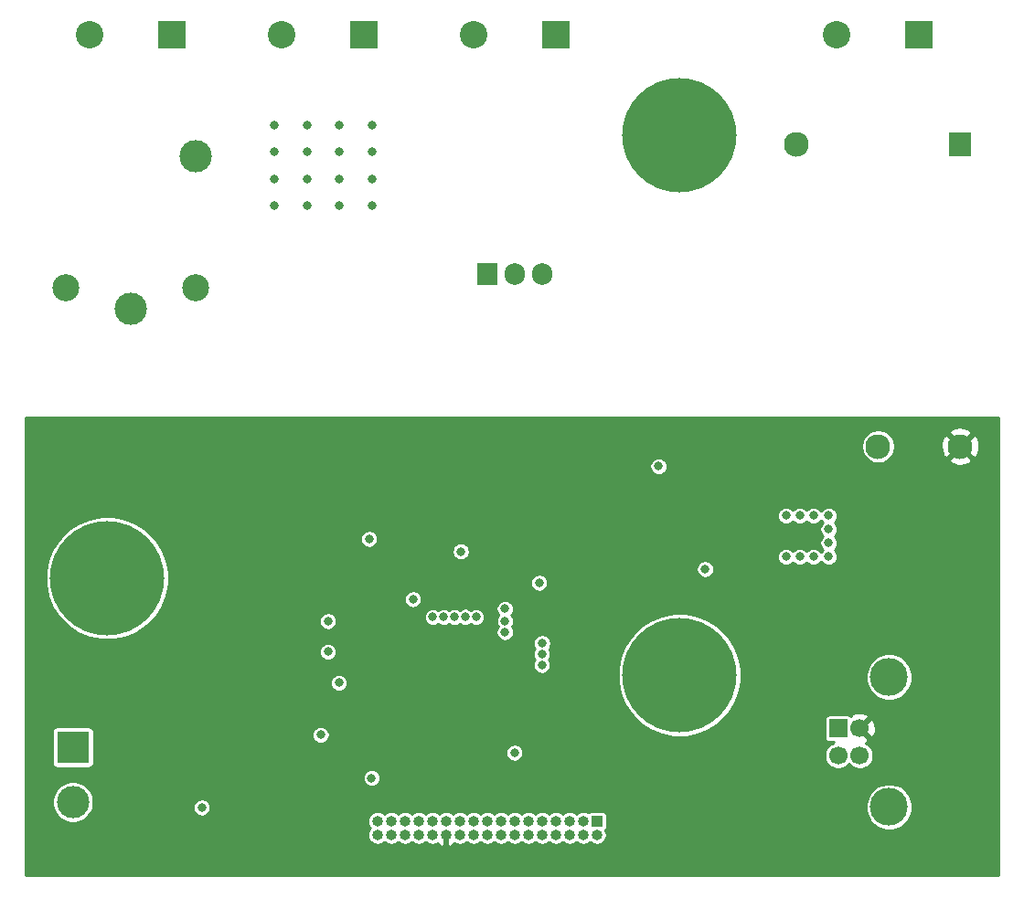
<source format=gbr>
%TF.GenerationSoftware,KiCad,Pcbnew,(5.1.7)-1*%
%TF.CreationDate,2021-04-04T08:26:08+02:00*%
%TF.ProjectId,Reflow_Ofen_V2,5265666c-6f77-45f4-9f66-656e5f56322e,rev?*%
%TF.SameCoordinates,Original*%
%TF.FileFunction,Copper,L3,Inr*%
%TF.FilePolarity,Positive*%
%FSLAX46Y46*%
G04 Gerber Fmt 4.6, Leading zero omitted, Abs format (unit mm)*
G04 Created by KiCad (PCBNEW (5.1.7)-1) date 2021-04-04 08:26:08*
%MOMM*%
%LPD*%
G01*
G04 APERTURE LIST*
%TA.AperFunction,ComponentPad*%
%ADD10O,1.000000X1.000000*%
%TD*%
%TA.AperFunction,ComponentPad*%
%ADD11R,1.000000X1.000000*%
%TD*%
%TA.AperFunction,ComponentPad*%
%ADD12C,2.500000*%
%TD*%
%TA.AperFunction,ComponentPad*%
%ADD13C,3.000000*%
%TD*%
%TA.AperFunction,ComponentPad*%
%ADD14R,1.700000X1.700000*%
%TD*%
%TA.AperFunction,ComponentPad*%
%ADD15C,1.700000*%
%TD*%
%TA.AperFunction,ComponentPad*%
%ADD16C,3.500000*%
%TD*%
%TA.AperFunction,ComponentPad*%
%ADD17R,2.540000X2.540000*%
%TD*%
%TA.AperFunction,ComponentPad*%
%ADD18C,2.540000*%
%TD*%
%TA.AperFunction,ComponentPad*%
%ADD19R,1.905000X2.000000*%
%TD*%
%TA.AperFunction,ComponentPad*%
%ADD20O,1.905000X2.000000*%
%TD*%
%TA.AperFunction,ComponentPad*%
%ADD21C,10.600000*%
%TD*%
%TA.AperFunction,ComponentPad*%
%ADD22C,0.900000*%
%TD*%
%TA.AperFunction,ComponentPad*%
%ADD23C,2.300000*%
%TD*%
%TA.AperFunction,ComponentPad*%
%ADD24R,2.000000X2.300000*%
%TD*%
%TA.AperFunction,ComponentPad*%
%ADD25R,3.000000X3.000000*%
%TD*%
%TA.AperFunction,ViaPad*%
%ADD26C,0.800000*%
%TD*%
%TA.AperFunction,Conductor*%
%ADD27C,0.254000*%
%TD*%
%TA.AperFunction,Conductor*%
%ADD28C,0.100000*%
%TD*%
G04 APERTURE END LIST*
D10*
%TO.N,/STMF415VGT6/MCU_D2*%
%TO.C,J1*%
X80010000Y-114808000D03*
%TO.N,/STMF415VGT6/MCU_D4*%
X80010000Y-113538000D03*
%TO.N,/STMF415VGT6/MCU_D3*%
X81280000Y-114808000D03*
%TO.N,/STMF415VGT6/MCU_D5*%
X81280000Y-113538000D03*
%TO.N,/STMF415VGT6/MCU_NOE*%
X82550000Y-114808000D03*
%TO.N,/STMF415VGT6/MCU_D6*%
X82550000Y-113538000D03*
%TO.N,/STMF415VGT6/MCU_NWE*%
X83820000Y-114808000D03*
%TO.N,/STMF415VGT6/MCU_D7*%
X83820000Y-113538000D03*
%TO.N,/STMF415VGT6/MCU_NE1*%
X85090000Y-114808000D03*
%TO.N,/STMF415VGT6/MCU_D8*%
X85090000Y-113538000D03*
%TO.N,GND*%
X86360000Y-114808000D03*
%TO.N,/STMF415VGT6/MCU_D9*%
X86360000Y-113538000D03*
%TO.N,+3V3*%
X87630000Y-114808000D03*
%TO.N,/STMF415VGT6/MCU_D10*%
X87630000Y-113538000D03*
%TO.N,+5V*%
X88900000Y-114808000D03*
%TO.N,/STMF415VGT6/MCU_D11*%
X88900000Y-113538000D03*
%TO.N,/SPI3_SCLK*%
X90170000Y-114808000D03*
%TO.N,/STMF415VGT6/MCU_D12*%
X90170000Y-113538000D03*
%TO.N,/SPI3_SCLK*%
X91440000Y-114808000D03*
%TO.N,/TOUCH_CS*%
X91440000Y-113538000D03*
%TO.N,/SPI3_MISO*%
X92710000Y-114808000D03*
%TO.N,/TOUCH_IRQ*%
X92710000Y-113538000D03*
%TO.N,/SPI3_MISO*%
X93980000Y-114808000D03*
%TO.N,/SD_CS*%
X93980000Y-113538000D03*
%TO.N,/SPI3_MOSI*%
X95250000Y-114808000D03*
%TO.N,/FLASH_CS*%
X95250000Y-113538000D03*
%TO.N,/SPI3_MOSI*%
X96520000Y-114808000D03*
%TO.N,/STMF415VGT6/MCU_TFT_RST*%
X96520000Y-113538000D03*
%TO.N,/STMF415VGT6/MCU_D1*%
X97790000Y-114808000D03*
%TO.N,/STMF415VGT6/MCU_D13*%
X97790000Y-113538000D03*
%TO.N,/STMF415VGT6/MCU_D0*%
X99060000Y-114808000D03*
%TO.N,/STMF415VGT6/MCU_D14*%
X99060000Y-113538000D03*
%TO.N,/STMF415VGT6/MCU_A16*%
X100330000Y-114808000D03*
D11*
%TO.N,/STMF415VGT6/MCU_D15*%
X100330000Y-113538000D03*
%TD*%
D12*
%TO.N,+5V*%
%TO.C,K1*%
X63200000Y-64090000D03*
D13*
%TO.N,AC_N*%
X63200000Y-51890000D03*
D12*
%TO.N,Net-(D5-Pad2)*%
X51200000Y-64090000D03*
D13*
%TO.N,Net-(CONN_FAN1-Pad2)*%
X57150000Y-66040000D03*
%TD*%
D14*
%TO.N,N/C*%
%TO.C,CONN1*%
X122682000Y-104942000D03*
D15*
%TO.N,/Connectors/USB_D-*%
X122682000Y-107442000D03*
%TO.N,/Connectors/USB_D+*%
X124682000Y-107442000D03*
%TO.N,GND*%
X124682000Y-104942000D03*
D16*
%TO.N,Net-(CONN1-Pad5)*%
X127392000Y-100172000D03*
X127392000Y-112212000D03*
%TD*%
D17*
%TO.N,AC_N*%
%TO.C,CONN_AC1*%
X130175000Y-40640000D03*
D18*
%TO.N,AC_L*%
X122555000Y-40640000D03*
%TD*%
D17*
%TO.N,AC_L*%
%TO.C,CONN_HEATER1*%
X96520000Y-40640000D03*
D18*
%TO.N,Net-(CONN_HEATER1-Pad2)*%
X88900000Y-40640000D03*
%TD*%
%TO.N,Net-(CONN_LIGHT1-Pad2)*%
%TO.C,CONN_LIGHT1*%
X71120000Y-40640000D03*
D17*
%TO.N,AC_L*%
X78740000Y-40640000D03*
%TD*%
%TO.N,AC_L*%
%TO.C,CONN_FAN1*%
X60960000Y-40640000D03*
D18*
%TO.N,Net-(CONN_FAN1-Pad2)*%
X53340000Y-40640000D03*
%TD*%
D19*
%TO.N,AC_N*%
%TO.C,D3*%
X90170000Y-62865000D03*
D20*
%TO.N,Net-(CONN_HEATER1-Pad2)*%
X92710000Y-62865000D03*
%TO.N,Net-(D3-Pad3)*%
X95250000Y-62865000D03*
%TD*%
D21*
%TO.N,Net-(H1-Pad1)*%
%TO.C,H1*%
X55000000Y-91000000D03*
D22*
X58975000Y-91000000D03*
X57810749Y-93810749D03*
X55000000Y-94975000D03*
X52189251Y-93810749D03*
X51025000Y-91000000D03*
X52189251Y-88189251D03*
X55000000Y-87025000D03*
X57810749Y-88189251D03*
%TD*%
%TO.N,Net-(H2-Pad1)*%
%TO.C,H2*%
X110810749Y-47189251D03*
X108000000Y-46025000D03*
X105189251Y-47189251D03*
X104025000Y-50000000D03*
X105189251Y-52810749D03*
X108000000Y-53975000D03*
X110810749Y-52810749D03*
X111975000Y-50000000D03*
D21*
X108000000Y-50000000D03*
%TD*%
%TO.N,Net-(H3-Pad1)*%
%TO.C,H3*%
X108000000Y-100000000D03*
D22*
X111975000Y-100000000D03*
X110810749Y-102810749D03*
X108000000Y-103975000D03*
X105189251Y-102810749D03*
X104025000Y-100000000D03*
X105189251Y-97189251D03*
X108000000Y-96025000D03*
X110810749Y-97189251D03*
%TD*%
D23*
%TO.N,GND*%
%TO.C,PS1*%
X133985000Y-78800000D03*
D24*
%TO.N,AC_N*%
X133985000Y-50800000D03*
D23*
%TO.N,AC_L*%
X118785000Y-50800000D03*
%TO.N,+5V*%
X126385000Y-78800000D03*
%TD*%
D25*
%TO.N,Net-(C20-Pad1)*%
%TO.C,THERMOCOUPLE1*%
X51816000Y-106680000D03*
D13*
%TO.N,Net-(C19-Pad1)*%
X51816000Y-111760000D03*
%TD*%
D26*
%TO.N,+3V3*%
X94996000Y-91440000D03*
X110363000Y-90170000D03*
X106045000Y-80645000D03*
X121793000Y-85217000D03*
X121793000Y-86487000D03*
X121793000Y-89027000D03*
X120396000Y-85217000D03*
X120396000Y-89027000D03*
X119126000Y-85217000D03*
X119126000Y-89027000D03*
X117856000Y-89027000D03*
X117856000Y-85217000D03*
X121793000Y-87757000D03*
X63754000Y-112268000D03*
X79471330Y-109524869D03*
X74763603Y-105533637D03*
X76454000Y-100711000D03*
X75438000Y-97835000D03*
X75438000Y-94996000D03*
X79248000Y-87376000D03*
X92710000Y-107188000D03*
%TO.N,GND*%
X117221000Y-100711000D03*
X92075000Y-86487000D03*
X100965000Y-86360000D03*
X90551000Y-89154000D03*
X93853000Y-90551000D03*
X127254000Y-90932000D03*
X78544847Y-108389847D03*
X80899000Y-94234000D03*
X84582000Y-93345000D03*
X83439000Y-96520000D03*
X80899000Y-98933000D03*
X91186000Y-97536000D03*
X88900000Y-100203000D03*
X86614000Y-102489000D03*
X84328000Y-104775000D03*
%TO.N,/Connectors/CONN_NRST*%
X87733847Y-88532847D03*
X83312000Y-92964000D03*
%TO.N,/SPI3_SCLK*%
X91821000Y-93853000D03*
X95262651Y-97031346D03*
%TO.N,/SPI3_MISO*%
X95250000Y-98044000D03*
X91825653Y-94991347D03*
%TO.N,/SPI3_MOSI*%
X91821000Y-96012000D03*
X95250000Y-99060000D03*
%TO.N,/STMF415VGT6/MCU_D2*%
X89154000Y-94615000D03*
%TO.N,/STMF415VGT6/MCU_D3*%
X88141346Y-94602349D03*
%TO.N,/STMF415VGT6/MCU_NOE*%
X87141444Y-94616524D03*
%TO.N,/STMF415VGT6/MCU_NWE*%
X86141444Y-94614847D03*
%TO.N,/STMF415VGT6/MCU_NE1*%
X85141443Y-94615012D03*
%TO.N,Net-(CONN_LIGHT1-Pad2)*%
X70500000Y-49000000D03*
X73500000Y-49000000D03*
X76500000Y-49000000D03*
X79500000Y-49000000D03*
X70500000Y-51500000D03*
X73500000Y-51500000D03*
X76500000Y-51500000D03*
X79500000Y-51500000D03*
X79500000Y-54000000D03*
X79500000Y-56500000D03*
X76500000Y-56500000D03*
X73500000Y-56500000D03*
X70500000Y-56500000D03*
X70500000Y-54000000D03*
X73500000Y-54000000D03*
X76500000Y-54000000D03*
%TD*%
D27*
%TO.N,GND*%
X137548001Y-118548000D02*
X47452000Y-118548000D01*
X47452000Y-111570207D01*
X49889000Y-111570207D01*
X49889000Y-111949793D01*
X49963053Y-112322085D01*
X50108315Y-112672777D01*
X50319201Y-112988391D01*
X50587609Y-113256799D01*
X50903223Y-113467685D01*
X51253915Y-113612947D01*
X51626207Y-113687000D01*
X52005793Y-113687000D01*
X52378085Y-113612947D01*
X52728777Y-113467685D01*
X52760184Y-113446699D01*
X79083000Y-113446699D01*
X79083000Y-113629301D01*
X79118624Y-113808396D01*
X79188504Y-113977099D01*
X79289952Y-114128928D01*
X79334024Y-114173000D01*
X79289952Y-114217072D01*
X79188504Y-114368901D01*
X79118624Y-114537604D01*
X79083000Y-114716699D01*
X79083000Y-114899301D01*
X79118624Y-115078396D01*
X79188504Y-115247099D01*
X79289952Y-115398928D01*
X79419072Y-115528048D01*
X79570901Y-115629496D01*
X79739604Y-115699376D01*
X79918699Y-115735000D01*
X80101301Y-115735000D01*
X80280396Y-115699376D01*
X80449099Y-115629496D01*
X80600928Y-115528048D01*
X80645000Y-115483976D01*
X80689072Y-115528048D01*
X80840901Y-115629496D01*
X81009604Y-115699376D01*
X81188699Y-115735000D01*
X81371301Y-115735000D01*
X81550396Y-115699376D01*
X81719099Y-115629496D01*
X81870928Y-115528048D01*
X81915000Y-115483976D01*
X81959072Y-115528048D01*
X82110901Y-115629496D01*
X82279604Y-115699376D01*
X82458699Y-115735000D01*
X82641301Y-115735000D01*
X82820396Y-115699376D01*
X82989099Y-115629496D01*
X83140928Y-115528048D01*
X83185000Y-115483976D01*
X83229072Y-115528048D01*
X83380901Y-115629496D01*
X83549604Y-115699376D01*
X83728699Y-115735000D01*
X83911301Y-115735000D01*
X84090396Y-115699376D01*
X84259099Y-115629496D01*
X84410928Y-115528048D01*
X84455000Y-115483976D01*
X84499072Y-115528048D01*
X84650901Y-115629496D01*
X84819604Y-115699376D01*
X84998699Y-115735000D01*
X85181301Y-115735000D01*
X85360396Y-115699376D01*
X85529099Y-115629496D01*
X85561730Y-115607693D01*
X85617980Y-115666865D01*
X85799794Y-115795123D01*
X86003136Y-115885446D01*
X86058126Y-115902119D01*
X86233000Y-115775954D01*
X86233000Y-114935000D01*
X86213000Y-114935000D01*
X86213000Y-114681000D01*
X86233000Y-114681000D01*
X86233000Y-114661000D01*
X86487000Y-114661000D01*
X86487000Y-114681000D01*
X86507000Y-114681000D01*
X86507000Y-114935000D01*
X86487000Y-114935000D01*
X86487000Y-115775954D01*
X86661874Y-115902119D01*
X86716864Y-115885446D01*
X86920206Y-115795123D01*
X87102020Y-115666865D01*
X87158270Y-115607693D01*
X87190901Y-115629496D01*
X87359604Y-115699376D01*
X87538699Y-115735000D01*
X87721301Y-115735000D01*
X87900396Y-115699376D01*
X88069099Y-115629496D01*
X88220928Y-115528048D01*
X88265000Y-115483976D01*
X88309072Y-115528048D01*
X88460901Y-115629496D01*
X88629604Y-115699376D01*
X88808699Y-115735000D01*
X88991301Y-115735000D01*
X89170396Y-115699376D01*
X89339099Y-115629496D01*
X89490928Y-115528048D01*
X89535000Y-115483976D01*
X89579072Y-115528048D01*
X89730901Y-115629496D01*
X89899604Y-115699376D01*
X90078699Y-115735000D01*
X90261301Y-115735000D01*
X90440396Y-115699376D01*
X90609099Y-115629496D01*
X90760928Y-115528048D01*
X90805000Y-115483976D01*
X90849072Y-115528048D01*
X91000901Y-115629496D01*
X91169604Y-115699376D01*
X91348699Y-115735000D01*
X91531301Y-115735000D01*
X91710396Y-115699376D01*
X91879099Y-115629496D01*
X92030928Y-115528048D01*
X92075000Y-115483976D01*
X92119072Y-115528048D01*
X92270901Y-115629496D01*
X92439604Y-115699376D01*
X92618699Y-115735000D01*
X92801301Y-115735000D01*
X92980396Y-115699376D01*
X93149099Y-115629496D01*
X93300928Y-115528048D01*
X93345000Y-115483976D01*
X93389072Y-115528048D01*
X93540901Y-115629496D01*
X93709604Y-115699376D01*
X93888699Y-115735000D01*
X94071301Y-115735000D01*
X94250396Y-115699376D01*
X94419099Y-115629496D01*
X94570928Y-115528048D01*
X94615000Y-115483976D01*
X94659072Y-115528048D01*
X94810901Y-115629496D01*
X94979604Y-115699376D01*
X95158699Y-115735000D01*
X95341301Y-115735000D01*
X95520396Y-115699376D01*
X95689099Y-115629496D01*
X95840928Y-115528048D01*
X95885000Y-115483976D01*
X95929072Y-115528048D01*
X96080901Y-115629496D01*
X96249604Y-115699376D01*
X96428699Y-115735000D01*
X96611301Y-115735000D01*
X96790396Y-115699376D01*
X96959099Y-115629496D01*
X97110928Y-115528048D01*
X97155000Y-115483976D01*
X97199072Y-115528048D01*
X97350901Y-115629496D01*
X97519604Y-115699376D01*
X97698699Y-115735000D01*
X97881301Y-115735000D01*
X98060396Y-115699376D01*
X98229099Y-115629496D01*
X98380928Y-115528048D01*
X98425000Y-115483976D01*
X98469072Y-115528048D01*
X98620901Y-115629496D01*
X98789604Y-115699376D01*
X98968699Y-115735000D01*
X99151301Y-115735000D01*
X99330396Y-115699376D01*
X99499099Y-115629496D01*
X99650928Y-115528048D01*
X99695000Y-115483976D01*
X99739072Y-115528048D01*
X99890901Y-115629496D01*
X100059604Y-115699376D01*
X100238699Y-115735000D01*
X100421301Y-115735000D01*
X100600396Y-115699376D01*
X100769099Y-115629496D01*
X100920928Y-115528048D01*
X101050048Y-115398928D01*
X101151496Y-115247099D01*
X101221376Y-115078396D01*
X101257000Y-114899301D01*
X101257000Y-114716699D01*
X101221376Y-114537604D01*
X101151496Y-114368901D01*
X101133216Y-114341542D01*
X101133395Y-114341395D01*
X101186755Y-114276376D01*
X101226405Y-114202196D01*
X101250822Y-114121707D01*
X101259066Y-114038000D01*
X101259066Y-113038000D01*
X101250822Y-112954293D01*
X101226405Y-112873804D01*
X101186755Y-112799624D01*
X101133395Y-112734605D01*
X101068376Y-112681245D01*
X100994196Y-112641595D01*
X100913707Y-112617178D01*
X100830000Y-112608934D01*
X99830000Y-112608934D01*
X99746293Y-112617178D01*
X99665804Y-112641595D01*
X99591624Y-112681245D01*
X99526605Y-112734605D01*
X99526458Y-112734784D01*
X99499099Y-112716504D01*
X99330396Y-112646624D01*
X99151301Y-112611000D01*
X98968699Y-112611000D01*
X98789604Y-112646624D01*
X98620901Y-112716504D01*
X98469072Y-112817952D01*
X98425000Y-112862024D01*
X98380928Y-112817952D01*
X98229099Y-112716504D01*
X98060396Y-112646624D01*
X97881301Y-112611000D01*
X97698699Y-112611000D01*
X97519604Y-112646624D01*
X97350901Y-112716504D01*
X97199072Y-112817952D01*
X97155000Y-112862024D01*
X97110928Y-112817952D01*
X96959099Y-112716504D01*
X96790396Y-112646624D01*
X96611301Y-112611000D01*
X96428699Y-112611000D01*
X96249604Y-112646624D01*
X96080901Y-112716504D01*
X95929072Y-112817952D01*
X95885000Y-112862024D01*
X95840928Y-112817952D01*
X95689099Y-112716504D01*
X95520396Y-112646624D01*
X95341301Y-112611000D01*
X95158699Y-112611000D01*
X94979604Y-112646624D01*
X94810901Y-112716504D01*
X94659072Y-112817952D01*
X94615000Y-112862024D01*
X94570928Y-112817952D01*
X94419099Y-112716504D01*
X94250396Y-112646624D01*
X94071301Y-112611000D01*
X93888699Y-112611000D01*
X93709604Y-112646624D01*
X93540901Y-112716504D01*
X93389072Y-112817952D01*
X93345000Y-112862024D01*
X93300928Y-112817952D01*
X93149099Y-112716504D01*
X92980396Y-112646624D01*
X92801301Y-112611000D01*
X92618699Y-112611000D01*
X92439604Y-112646624D01*
X92270901Y-112716504D01*
X92119072Y-112817952D01*
X92075000Y-112862024D01*
X92030928Y-112817952D01*
X91879099Y-112716504D01*
X91710396Y-112646624D01*
X91531301Y-112611000D01*
X91348699Y-112611000D01*
X91169604Y-112646624D01*
X91000901Y-112716504D01*
X90849072Y-112817952D01*
X90805000Y-112862024D01*
X90760928Y-112817952D01*
X90609099Y-112716504D01*
X90440396Y-112646624D01*
X90261301Y-112611000D01*
X90078699Y-112611000D01*
X89899604Y-112646624D01*
X89730901Y-112716504D01*
X89579072Y-112817952D01*
X89535000Y-112862024D01*
X89490928Y-112817952D01*
X89339099Y-112716504D01*
X89170396Y-112646624D01*
X88991301Y-112611000D01*
X88808699Y-112611000D01*
X88629604Y-112646624D01*
X88460901Y-112716504D01*
X88309072Y-112817952D01*
X88265000Y-112862024D01*
X88220928Y-112817952D01*
X88069099Y-112716504D01*
X87900396Y-112646624D01*
X87721301Y-112611000D01*
X87538699Y-112611000D01*
X87359604Y-112646624D01*
X87190901Y-112716504D01*
X87039072Y-112817952D01*
X86995000Y-112862024D01*
X86950928Y-112817952D01*
X86799099Y-112716504D01*
X86630396Y-112646624D01*
X86451301Y-112611000D01*
X86268699Y-112611000D01*
X86089604Y-112646624D01*
X85920901Y-112716504D01*
X85769072Y-112817952D01*
X85725000Y-112862024D01*
X85680928Y-112817952D01*
X85529099Y-112716504D01*
X85360396Y-112646624D01*
X85181301Y-112611000D01*
X84998699Y-112611000D01*
X84819604Y-112646624D01*
X84650901Y-112716504D01*
X84499072Y-112817952D01*
X84455000Y-112862024D01*
X84410928Y-112817952D01*
X84259099Y-112716504D01*
X84090396Y-112646624D01*
X83911301Y-112611000D01*
X83728699Y-112611000D01*
X83549604Y-112646624D01*
X83380901Y-112716504D01*
X83229072Y-112817952D01*
X83185000Y-112862024D01*
X83140928Y-112817952D01*
X82989099Y-112716504D01*
X82820396Y-112646624D01*
X82641301Y-112611000D01*
X82458699Y-112611000D01*
X82279604Y-112646624D01*
X82110901Y-112716504D01*
X81959072Y-112817952D01*
X81915000Y-112862024D01*
X81870928Y-112817952D01*
X81719099Y-112716504D01*
X81550396Y-112646624D01*
X81371301Y-112611000D01*
X81188699Y-112611000D01*
X81009604Y-112646624D01*
X80840901Y-112716504D01*
X80689072Y-112817952D01*
X80645000Y-112862024D01*
X80600928Y-112817952D01*
X80449099Y-112716504D01*
X80280396Y-112646624D01*
X80101301Y-112611000D01*
X79918699Y-112611000D01*
X79739604Y-112646624D01*
X79570901Y-112716504D01*
X79419072Y-112817952D01*
X79289952Y-112947072D01*
X79188504Y-113098901D01*
X79118624Y-113267604D01*
X79083000Y-113446699D01*
X52760184Y-113446699D01*
X53044391Y-113256799D01*
X53312799Y-112988391D01*
X53523685Y-112672777D01*
X53668947Y-112322085D01*
X53695906Y-112186548D01*
X62927000Y-112186548D01*
X62927000Y-112349452D01*
X62958782Y-112509227D01*
X63021123Y-112659731D01*
X63111628Y-112795181D01*
X63226819Y-112910372D01*
X63362269Y-113000877D01*
X63512773Y-113063218D01*
X63672548Y-113095000D01*
X63835452Y-113095000D01*
X63995227Y-113063218D01*
X64145731Y-113000877D01*
X64281181Y-112910372D01*
X64396372Y-112795181D01*
X64486877Y-112659731D01*
X64549218Y-112509227D01*
X64581000Y-112349452D01*
X64581000Y-112186548D01*
X64549218Y-112026773D01*
X64537128Y-111997584D01*
X125215000Y-111997584D01*
X125215000Y-112426416D01*
X125298660Y-112847008D01*
X125462767Y-113243196D01*
X125701013Y-113599757D01*
X126004243Y-113902987D01*
X126360804Y-114141233D01*
X126756992Y-114305340D01*
X127177584Y-114389000D01*
X127606416Y-114389000D01*
X128027008Y-114305340D01*
X128423196Y-114141233D01*
X128779757Y-113902987D01*
X129082987Y-113599757D01*
X129321233Y-113243196D01*
X129485340Y-112847008D01*
X129569000Y-112426416D01*
X129569000Y-111997584D01*
X129485340Y-111576992D01*
X129321233Y-111180804D01*
X129082987Y-110824243D01*
X128779757Y-110521013D01*
X128423196Y-110282767D01*
X128027008Y-110118660D01*
X127606416Y-110035000D01*
X127177584Y-110035000D01*
X126756992Y-110118660D01*
X126360804Y-110282767D01*
X126004243Y-110521013D01*
X125701013Y-110824243D01*
X125462767Y-111180804D01*
X125298660Y-111576992D01*
X125215000Y-111997584D01*
X64537128Y-111997584D01*
X64486877Y-111876269D01*
X64396372Y-111740819D01*
X64281181Y-111625628D01*
X64145731Y-111535123D01*
X63995227Y-111472782D01*
X63835452Y-111441000D01*
X63672548Y-111441000D01*
X63512773Y-111472782D01*
X63362269Y-111535123D01*
X63226819Y-111625628D01*
X63111628Y-111740819D01*
X63021123Y-111876269D01*
X62958782Y-112026773D01*
X62927000Y-112186548D01*
X53695906Y-112186548D01*
X53743000Y-111949793D01*
X53743000Y-111570207D01*
X53668947Y-111197915D01*
X53523685Y-110847223D01*
X53312799Y-110531609D01*
X53044391Y-110263201D01*
X52728777Y-110052315D01*
X52378085Y-109907053D01*
X52005793Y-109833000D01*
X51626207Y-109833000D01*
X51253915Y-109907053D01*
X50903223Y-110052315D01*
X50587609Y-110263201D01*
X50319201Y-110531609D01*
X50108315Y-110847223D01*
X49963053Y-111197915D01*
X49889000Y-111570207D01*
X47452000Y-111570207D01*
X47452000Y-109443417D01*
X78644330Y-109443417D01*
X78644330Y-109606321D01*
X78676112Y-109766096D01*
X78738453Y-109916600D01*
X78828958Y-110052050D01*
X78944149Y-110167241D01*
X79079599Y-110257746D01*
X79230103Y-110320087D01*
X79389878Y-110351869D01*
X79552782Y-110351869D01*
X79712557Y-110320087D01*
X79863061Y-110257746D01*
X79998511Y-110167241D01*
X80113702Y-110052050D01*
X80204207Y-109916600D01*
X80266548Y-109766096D01*
X80298330Y-109606321D01*
X80298330Y-109443417D01*
X80266548Y-109283642D01*
X80204207Y-109133138D01*
X80113702Y-108997688D01*
X79998511Y-108882497D01*
X79863061Y-108791992D01*
X79712557Y-108729651D01*
X79552782Y-108697869D01*
X79389878Y-108697869D01*
X79230103Y-108729651D01*
X79079599Y-108791992D01*
X78944149Y-108882497D01*
X78828958Y-108997688D01*
X78738453Y-109133138D01*
X78676112Y-109283642D01*
X78644330Y-109443417D01*
X47452000Y-109443417D01*
X47452000Y-105180000D01*
X49886934Y-105180000D01*
X49886934Y-108180000D01*
X49895178Y-108263707D01*
X49919595Y-108344196D01*
X49959245Y-108418376D01*
X50012605Y-108483395D01*
X50077624Y-108536755D01*
X50151804Y-108576405D01*
X50232293Y-108600822D01*
X50316000Y-108609066D01*
X53316000Y-108609066D01*
X53399707Y-108600822D01*
X53480196Y-108576405D01*
X53554376Y-108536755D01*
X53619395Y-108483395D01*
X53672755Y-108418376D01*
X53712405Y-108344196D01*
X53736822Y-108263707D01*
X53745066Y-108180000D01*
X53745066Y-107106548D01*
X91883000Y-107106548D01*
X91883000Y-107269452D01*
X91914782Y-107429227D01*
X91977123Y-107579731D01*
X92067628Y-107715181D01*
X92182819Y-107830372D01*
X92318269Y-107920877D01*
X92468773Y-107983218D01*
X92628548Y-108015000D01*
X92791452Y-108015000D01*
X92951227Y-107983218D01*
X93101731Y-107920877D01*
X93237181Y-107830372D01*
X93352372Y-107715181D01*
X93442877Y-107579731D01*
X93505218Y-107429227D01*
X93537000Y-107269452D01*
X93537000Y-107106548D01*
X93505218Y-106946773D01*
X93442877Y-106796269D01*
X93352372Y-106660819D01*
X93237181Y-106545628D01*
X93101731Y-106455123D01*
X92951227Y-106392782D01*
X92791452Y-106361000D01*
X92628548Y-106361000D01*
X92468773Y-106392782D01*
X92318269Y-106455123D01*
X92182819Y-106545628D01*
X92067628Y-106660819D01*
X91977123Y-106796269D01*
X91914782Y-106946773D01*
X91883000Y-107106548D01*
X53745066Y-107106548D01*
X53745066Y-105452185D01*
X73936603Y-105452185D01*
X73936603Y-105615089D01*
X73968385Y-105774864D01*
X74030726Y-105925368D01*
X74121231Y-106060818D01*
X74236422Y-106176009D01*
X74371872Y-106266514D01*
X74522376Y-106328855D01*
X74682151Y-106360637D01*
X74845055Y-106360637D01*
X75004830Y-106328855D01*
X75155334Y-106266514D01*
X75290784Y-106176009D01*
X75405975Y-106060818D01*
X75496480Y-105925368D01*
X75558821Y-105774864D01*
X75590603Y-105615089D01*
X75590603Y-105452185D01*
X75558821Y-105292410D01*
X75496480Y-105141906D01*
X75405975Y-105006456D01*
X75290784Y-104891265D01*
X75155334Y-104800760D01*
X75004830Y-104738419D01*
X74845055Y-104706637D01*
X74682151Y-104706637D01*
X74522376Y-104738419D01*
X74371872Y-104800760D01*
X74236422Y-104891265D01*
X74121231Y-105006456D01*
X74030726Y-105141906D01*
X73968385Y-105292410D01*
X73936603Y-105452185D01*
X53745066Y-105452185D01*
X53745066Y-105180000D01*
X53736822Y-105096293D01*
X53712405Y-105015804D01*
X53672755Y-104941624D01*
X53619395Y-104876605D01*
X53554376Y-104823245D01*
X53480196Y-104783595D01*
X53399707Y-104759178D01*
X53316000Y-104750934D01*
X50316000Y-104750934D01*
X50232293Y-104759178D01*
X50151804Y-104783595D01*
X50077624Y-104823245D01*
X50012605Y-104876605D01*
X49959245Y-104941624D01*
X49919595Y-105015804D01*
X49895178Y-105096293D01*
X49886934Y-105180000D01*
X47452000Y-105180000D01*
X47452000Y-100629548D01*
X75627000Y-100629548D01*
X75627000Y-100792452D01*
X75658782Y-100952227D01*
X75721123Y-101102731D01*
X75811628Y-101238181D01*
X75926819Y-101353372D01*
X76062269Y-101443877D01*
X76212773Y-101506218D01*
X76372548Y-101538000D01*
X76535452Y-101538000D01*
X76695227Y-101506218D01*
X76845731Y-101443877D01*
X76981181Y-101353372D01*
X77096372Y-101238181D01*
X77186877Y-101102731D01*
X77249218Y-100952227D01*
X77281000Y-100792452D01*
X77281000Y-100629548D01*
X77249218Y-100469773D01*
X77186877Y-100319269D01*
X77096372Y-100183819D01*
X76981181Y-100068628D01*
X76845731Y-99978123D01*
X76695227Y-99915782D01*
X76535452Y-99884000D01*
X76372548Y-99884000D01*
X76212773Y-99915782D01*
X76062269Y-99978123D01*
X75926819Y-100068628D01*
X75811628Y-100183819D01*
X75721123Y-100319269D01*
X75658782Y-100469773D01*
X75627000Y-100629548D01*
X47452000Y-100629548D01*
X47452000Y-97753548D01*
X74611000Y-97753548D01*
X74611000Y-97916452D01*
X74642782Y-98076227D01*
X74705123Y-98226731D01*
X74795628Y-98362181D01*
X74910819Y-98477372D01*
X75046269Y-98567877D01*
X75196773Y-98630218D01*
X75356548Y-98662000D01*
X75519452Y-98662000D01*
X75679227Y-98630218D01*
X75829731Y-98567877D01*
X75965181Y-98477372D01*
X76080372Y-98362181D01*
X76170877Y-98226731D01*
X76233218Y-98076227D01*
X76255830Y-97962548D01*
X94423000Y-97962548D01*
X94423000Y-98125452D01*
X94454782Y-98285227D01*
X94517123Y-98435731D01*
X94594812Y-98552000D01*
X94517123Y-98668269D01*
X94454782Y-98818773D01*
X94423000Y-98978548D01*
X94423000Y-99141452D01*
X94454782Y-99301227D01*
X94517123Y-99451731D01*
X94607628Y-99587181D01*
X94722819Y-99702372D01*
X94858269Y-99792877D01*
X95008773Y-99855218D01*
X95168548Y-99887000D01*
X95331452Y-99887000D01*
X95491227Y-99855218D01*
X95641731Y-99792877D01*
X95777181Y-99702372D01*
X95892372Y-99587181D01*
X95982877Y-99451731D01*
X95989417Y-99435940D01*
X102273000Y-99435940D01*
X102273000Y-100564060D01*
X102493085Y-101670504D01*
X102924798Y-102712752D01*
X103551548Y-103650750D01*
X104349250Y-104448452D01*
X105287248Y-105075202D01*
X106329496Y-105506915D01*
X107435940Y-105727000D01*
X108564060Y-105727000D01*
X109670504Y-105506915D01*
X110712752Y-105075202D01*
X111650750Y-104448452D01*
X112007202Y-104092000D01*
X121402934Y-104092000D01*
X121402934Y-105792000D01*
X121411178Y-105875707D01*
X121435595Y-105956196D01*
X121475245Y-106030376D01*
X121528605Y-106095395D01*
X121593624Y-106148755D01*
X121667804Y-106188405D01*
X121748293Y-106212822D01*
X121832000Y-106221066D01*
X122292633Y-106221066D01*
X122077114Y-106310337D01*
X121867960Y-106450089D01*
X121690089Y-106627960D01*
X121550337Y-106837114D01*
X121454074Y-107069513D01*
X121405000Y-107316226D01*
X121405000Y-107567774D01*
X121454074Y-107814487D01*
X121550337Y-108046886D01*
X121690089Y-108256040D01*
X121867960Y-108433911D01*
X122077114Y-108573663D01*
X122309513Y-108669926D01*
X122556226Y-108719000D01*
X122807774Y-108719000D01*
X123054487Y-108669926D01*
X123286886Y-108573663D01*
X123496040Y-108433911D01*
X123673911Y-108256040D01*
X123682000Y-108243934D01*
X123690089Y-108256040D01*
X123867960Y-108433911D01*
X124077114Y-108573663D01*
X124309513Y-108669926D01*
X124556226Y-108719000D01*
X124807774Y-108719000D01*
X125054487Y-108669926D01*
X125286886Y-108573663D01*
X125496040Y-108433911D01*
X125673911Y-108256040D01*
X125813663Y-108046886D01*
X125909926Y-107814487D01*
X125959000Y-107567774D01*
X125959000Y-107316226D01*
X125909926Y-107069513D01*
X125813663Y-106837114D01*
X125673911Y-106627960D01*
X125496040Y-106450089D01*
X125286886Y-106310337D01*
X125277525Y-106306460D01*
X125315747Y-106292919D01*
X125453157Y-106219472D01*
X125530792Y-105970397D01*
X124682000Y-105121605D01*
X124667858Y-105135748D01*
X124488253Y-104956143D01*
X124502395Y-104942000D01*
X124861605Y-104942000D01*
X125710397Y-105790792D01*
X125959472Y-105713157D01*
X126085371Y-105449117D01*
X126157339Y-105165589D01*
X126172611Y-104873469D01*
X126130599Y-104583981D01*
X126032919Y-104308253D01*
X125959472Y-104170843D01*
X125710397Y-104093208D01*
X124861605Y-104942000D01*
X124502395Y-104942000D01*
X124488253Y-104927858D01*
X124667858Y-104748253D01*
X124682000Y-104762395D01*
X125530792Y-103913603D01*
X125453157Y-103664528D01*
X125189117Y-103538629D01*
X124905589Y-103466661D01*
X124613469Y-103451389D01*
X124323981Y-103493401D01*
X124048253Y-103591081D01*
X123910843Y-103664528D01*
X123862047Y-103821080D01*
X123835395Y-103788605D01*
X123770376Y-103735245D01*
X123696196Y-103695595D01*
X123615707Y-103671178D01*
X123532000Y-103662934D01*
X121832000Y-103662934D01*
X121748293Y-103671178D01*
X121667804Y-103695595D01*
X121593624Y-103735245D01*
X121528605Y-103788605D01*
X121475245Y-103853624D01*
X121435595Y-103927804D01*
X121411178Y-104008293D01*
X121402934Y-104092000D01*
X112007202Y-104092000D01*
X112448452Y-103650750D01*
X113075202Y-102712752D01*
X113506915Y-101670504D01*
X113727000Y-100564060D01*
X113727000Y-99957584D01*
X125215000Y-99957584D01*
X125215000Y-100386416D01*
X125298660Y-100807008D01*
X125462767Y-101203196D01*
X125701013Y-101559757D01*
X126004243Y-101862987D01*
X126360804Y-102101233D01*
X126756992Y-102265340D01*
X127177584Y-102349000D01*
X127606416Y-102349000D01*
X128027008Y-102265340D01*
X128423196Y-102101233D01*
X128779757Y-101862987D01*
X129082987Y-101559757D01*
X129321233Y-101203196D01*
X129485340Y-100807008D01*
X129569000Y-100386416D01*
X129569000Y-99957584D01*
X129485340Y-99536992D01*
X129321233Y-99140804D01*
X129082987Y-98784243D01*
X128779757Y-98481013D01*
X128423196Y-98242767D01*
X128027008Y-98078660D01*
X127606416Y-97995000D01*
X127177584Y-97995000D01*
X126756992Y-98078660D01*
X126360804Y-98242767D01*
X126004243Y-98481013D01*
X125701013Y-98784243D01*
X125462767Y-99140804D01*
X125298660Y-99536992D01*
X125215000Y-99957584D01*
X113727000Y-99957584D01*
X113727000Y-99435940D01*
X113506915Y-98329496D01*
X113075202Y-97287248D01*
X112448452Y-96349250D01*
X111650750Y-95551548D01*
X110712752Y-94924798D01*
X109670504Y-94493085D01*
X108564060Y-94273000D01*
X107435940Y-94273000D01*
X106329496Y-94493085D01*
X105287248Y-94924798D01*
X104349250Y-95551548D01*
X103551548Y-96349250D01*
X102924798Y-97287248D01*
X102493085Y-98329496D01*
X102273000Y-99435940D01*
X95989417Y-99435940D01*
X96045218Y-99301227D01*
X96077000Y-99141452D01*
X96077000Y-98978548D01*
X96045218Y-98818773D01*
X95982877Y-98668269D01*
X95905188Y-98552000D01*
X95982877Y-98435731D01*
X96045218Y-98285227D01*
X96077000Y-98125452D01*
X96077000Y-97962548D01*
X96045218Y-97802773D01*
X95982877Y-97652269D01*
X95912632Y-97547140D01*
X95995528Y-97423077D01*
X96057869Y-97272573D01*
X96089651Y-97112798D01*
X96089651Y-96949894D01*
X96057869Y-96790119D01*
X95995528Y-96639615D01*
X95905023Y-96504165D01*
X95789832Y-96388974D01*
X95654382Y-96298469D01*
X95503878Y-96236128D01*
X95344103Y-96204346D01*
X95181199Y-96204346D01*
X95021424Y-96236128D01*
X94870920Y-96298469D01*
X94735470Y-96388974D01*
X94620279Y-96504165D01*
X94529774Y-96639615D01*
X94467433Y-96790119D01*
X94435651Y-96949894D01*
X94435651Y-97112798D01*
X94467433Y-97272573D01*
X94529774Y-97423077D01*
X94600019Y-97528206D01*
X94517123Y-97652269D01*
X94454782Y-97802773D01*
X94423000Y-97962548D01*
X76255830Y-97962548D01*
X76265000Y-97916452D01*
X76265000Y-97753548D01*
X76233218Y-97593773D01*
X76170877Y-97443269D01*
X76080372Y-97307819D01*
X75965181Y-97192628D01*
X75829731Y-97102123D01*
X75679227Y-97039782D01*
X75519452Y-97008000D01*
X75356548Y-97008000D01*
X75196773Y-97039782D01*
X75046269Y-97102123D01*
X74910819Y-97192628D01*
X74795628Y-97307819D01*
X74705123Y-97443269D01*
X74642782Y-97593773D01*
X74611000Y-97753548D01*
X47452000Y-97753548D01*
X47452000Y-90435940D01*
X49273000Y-90435940D01*
X49273000Y-91564060D01*
X49493085Y-92670504D01*
X49924798Y-93712752D01*
X50551548Y-94650750D01*
X51349250Y-95448452D01*
X52287248Y-96075202D01*
X53329496Y-96506915D01*
X54435940Y-96727000D01*
X55564060Y-96727000D01*
X56670504Y-96506915D01*
X57712752Y-96075202D01*
X58650750Y-95448452D01*
X59184654Y-94914548D01*
X74611000Y-94914548D01*
X74611000Y-95077452D01*
X74642782Y-95237227D01*
X74705123Y-95387731D01*
X74795628Y-95523181D01*
X74910819Y-95638372D01*
X75046269Y-95728877D01*
X75196773Y-95791218D01*
X75356548Y-95823000D01*
X75519452Y-95823000D01*
X75679227Y-95791218D01*
X75829731Y-95728877D01*
X75965181Y-95638372D01*
X76080372Y-95523181D01*
X76170877Y-95387731D01*
X76233218Y-95237227D01*
X76265000Y-95077452D01*
X76265000Y-94914548D01*
X76233218Y-94754773D01*
X76170877Y-94604269D01*
X76123631Y-94533560D01*
X84314443Y-94533560D01*
X84314443Y-94696464D01*
X84346225Y-94856239D01*
X84408566Y-95006743D01*
X84499071Y-95142193D01*
X84614262Y-95257384D01*
X84749712Y-95347889D01*
X84900216Y-95410230D01*
X85059991Y-95442012D01*
X85222895Y-95442012D01*
X85382670Y-95410230D01*
X85533174Y-95347889D01*
X85641567Y-95275463D01*
X85749713Y-95347724D01*
X85900217Y-95410065D01*
X86059992Y-95441847D01*
X86222896Y-95441847D01*
X86382671Y-95410065D01*
X86533175Y-95347724D01*
X86640189Y-95276219D01*
X86749713Y-95349401D01*
X86900217Y-95411742D01*
X87059992Y-95443524D01*
X87222896Y-95443524D01*
X87382671Y-95411742D01*
X87533175Y-95349401D01*
X87652002Y-95270003D01*
X87749615Y-95335226D01*
X87900119Y-95397567D01*
X88059894Y-95429349D01*
X88222798Y-95429349D01*
X88382573Y-95397567D01*
X88533077Y-95335226D01*
X88638206Y-95264981D01*
X88762269Y-95347877D01*
X88912773Y-95410218D01*
X89072548Y-95442000D01*
X89235452Y-95442000D01*
X89395227Y-95410218D01*
X89545731Y-95347877D01*
X89681181Y-95257372D01*
X89796372Y-95142181D01*
X89886877Y-95006731D01*
X89949218Y-94856227D01*
X89981000Y-94696452D01*
X89981000Y-94533548D01*
X89949218Y-94373773D01*
X89886877Y-94223269D01*
X89796372Y-94087819D01*
X89681181Y-93972628D01*
X89545731Y-93882123D01*
X89395227Y-93819782D01*
X89235452Y-93788000D01*
X89072548Y-93788000D01*
X88912773Y-93819782D01*
X88762269Y-93882123D01*
X88657140Y-93952368D01*
X88533077Y-93869472D01*
X88382573Y-93807131D01*
X88222798Y-93775349D01*
X88059894Y-93775349D01*
X87900119Y-93807131D01*
X87749615Y-93869472D01*
X87630788Y-93948870D01*
X87533175Y-93883647D01*
X87382671Y-93821306D01*
X87222896Y-93789524D01*
X87059992Y-93789524D01*
X86900217Y-93821306D01*
X86749713Y-93883647D01*
X86642699Y-93955152D01*
X86533175Y-93881970D01*
X86382671Y-93819629D01*
X86222896Y-93787847D01*
X86059992Y-93787847D01*
X85900217Y-93819629D01*
X85749713Y-93881970D01*
X85641320Y-93954396D01*
X85533174Y-93882135D01*
X85382670Y-93819794D01*
X85222895Y-93788012D01*
X85059991Y-93788012D01*
X84900216Y-93819794D01*
X84749712Y-93882135D01*
X84614262Y-93972640D01*
X84499071Y-94087831D01*
X84408566Y-94223281D01*
X84346225Y-94373785D01*
X84314443Y-94533560D01*
X76123631Y-94533560D01*
X76080372Y-94468819D01*
X75965181Y-94353628D01*
X75829731Y-94263123D01*
X75679227Y-94200782D01*
X75519452Y-94169000D01*
X75356548Y-94169000D01*
X75196773Y-94200782D01*
X75046269Y-94263123D01*
X74910819Y-94353628D01*
X74795628Y-94468819D01*
X74705123Y-94604269D01*
X74642782Y-94754773D01*
X74611000Y-94914548D01*
X59184654Y-94914548D01*
X59448452Y-94650750D01*
X60075202Y-93712752D01*
X60419083Y-92882548D01*
X82485000Y-92882548D01*
X82485000Y-93045452D01*
X82516782Y-93205227D01*
X82579123Y-93355731D01*
X82669628Y-93491181D01*
X82784819Y-93606372D01*
X82920269Y-93696877D01*
X83070773Y-93759218D01*
X83230548Y-93791000D01*
X83393452Y-93791000D01*
X83491241Y-93771548D01*
X90994000Y-93771548D01*
X90994000Y-93934452D01*
X91025782Y-94094227D01*
X91088123Y-94244731D01*
X91178628Y-94380181D01*
X91222947Y-94424500D01*
X91183281Y-94464166D01*
X91092776Y-94599616D01*
X91030435Y-94750120D01*
X90998653Y-94909895D01*
X90998653Y-95072799D01*
X91030435Y-95232574D01*
X91092776Y-95383078D01*
X91169693Y-95498192D01*
X91088123Y-95620269D01*
X91025782Y-95770773D01*
X90994000Y-95930548D01*
X90994000Y-96093452D01*
X91025782Y-96253227D01*
X91088123Y-96403731D01*
X91178628Y-96539181D01*
X91293819Y-96654372D01*
X91429269Y-96744877D01*
X91579773Y-96807218D01*
X91739548Y-96839000D01*
X91902452Y-96839000D01*
X92062227Y-96807218D01*
X92212731Y-96744877D01*
X92348181Y-96654372D01*
X92463372Y-96539181D01*
X92553877Y-96403731D01*
X92616218Y-96253227D01*
X92648000Y-96093452D01*
X92648000Y-95930548D01*
X92616218Y-95770773D01*
X92553877Y-95620269D01*
X92476960Y-95505155D01*
X92558530Y-95383078D01*
X92620871Y-95232574D01*
X92652653Y-95072799D01*
X92652653Y-94909895D01*
X92620871Y-94750120D01*
X92558530Y-94599616D01*
X92468025Y-94464166D01*
X92423706Y-94419847D01*
X92463372Y-94380181D01*
X92553877Y-94244731D01*
X92616218Y-94094227D01*
X92648000Y-93934452D01*
X92648000Y-93771548D01*
X92616218Y-93611773D01*
X92553877Y-93461269D01*
X92463372Y-93325819D01*
X92348181Y-93210628D01*
X92212731Y-93120123D01*
X92062227Y-93057782D01*
X91902452Y-93026000D01*
X91739548Y-93026000D01*
X91579773Y-93057782D01*
X91429269Y-93120123D01*
X91293819Y-93210628D01*
X91178628Y-93325819D01*
X91088123Y-93461269D01*
X91025782Y-93611773D01*
X90994000Y-93771548D01*
X83491241Y-93771548D01*
X83553227Y-93759218D01*
X83703731Y-93696877D01*
X83839181Y-93606372D01*
X83954372Y-93491181D01*
X84044877Y-93355731D01*
X84107218Y-93205227D01*
X84139000Y-93045452D01*
X84139000Y-92882548D01*
X84107218Y-92722773D01*
X84044877Y-92572269D01*
X83954372Y-92436819D01*
X83839181Y-92321628D01*
X83703731Y-92231123D01*
X83553227Y-92168782D01*
X83393452Y-92137000D01*
X83230548Y-92137000D01*
X83070773Y-92168782D01*
X82920269Y-92231123D01*
X82784819Y-92321628D01*
X82669628Y-92436819D01*
X82579123Y-92572269D01*
X82516782Y-92722773D01*
X82485000Y-92882548D01*
X60419083Y-92882548D01*
X60506915Y-92670504D01*
X60727000Y-91564060D01*
X60727000Y-91358548D01*
X94169000Y-91358548D01*
X94169000Y-91521452D01*
X94200782Y-91681227D01*
X94263123Y-91831731D01*
X94353628Y-91967181D01*
X94468819Y-92082372D01*
X94604269Y-92172877D01*
X94754773Y-92235218D01*
X94914548Y-92267000D01*
X95077452Y-92267000D01*
X95237227Y-92235218D01*
X95387731Y-92172877D01*
X95523181Y-92082372D01*
X95638372Y-91967181D01*
X95728877Y-91831731D01*
X95791218Y-91681227D01*
X95823000Y-91521452D01*
X95823000Y-91358548D01*
X95791218Y-91198773D01*
X95728877Y-91048269D01*
X95638372Y-90912819D01*
X95523181Y-90797628D01*
X95387731Y-90707123D01*
X95237227Y-90644782D01*
X95077452Y-90613000D01*
X94914548Y-90613000D01*
X94754773Y-90644782D01*
X94604269Y-90707123D01*
X94468819Y-90797628D01*
X94353628Y-90912819D01*
X94263123Y-91048269D01*
X94200782Y-91198773D01*
X94169000Y-91358548D01*
X60727000Y-91358548D01*
X60727000Y-90435940D01*
X60657900Y-90088548D01*
X109536000Y-90088548D01*
X109536000Y-90251452D01*
X109567782Y-90411227D01*
X109630123Y-90561731D01*
X109720628Y-90697181D01*
X109835819Y-90812372D01*
X109971269Y-90902877D01*
X110121773Y-90965218D01*
X110281548Y-90997000D01*
X110444452Y-90997000D01*
X110604227Y-90965218D01*
X110754731Y-90902877D01*
X110890181Y-90812372D01*
X111005372Y-90697181D01*
X111095877Y-90561731D01*
X111158218Y-90411227D01*
X111190000Y-90251452D01*
X111190000Y-90088548D01*
X111158218Y-89928773D01*
X111095877Y-89778269D01*
X111005372Y-89642819D01*
X110890181Y-89527628D01*
X110754731Y-89437123D01*
X110604227Y-89374782D01*
X110444452Y-89343000D01*
X110281548Y-89343000D01*
X110121773Y-89374782D01*
X109971269Y-89437123D01*
X109835819Y-89527628D01*
X109720628Y-89642819D01*
X109630123Y-89778269D01*
X109567782Y-89928773D01*
X109536000Y-90088548D01*
X60657900Y-90088548D01*
X60506915Y-89329496D01*
X60143194Y-88451395D01*
X86906847Y-88451395D01*
X86906847Y-88614299D01*
X86938629Y-88774074D01*
X87000970Y-88924578D01*
X87091475Y-89060028D01*
X87206666Y-89175219D01*
X87342116Y-89265724D01*
X87492620Y-89328065D01*
X87652395Y-89359847D01*
X87815299Y-89359847D01*
X87975074Y-89328065D01*
X88125578Y-89265724D01*
X88261028Y-89175219D01*
X88376219Y-89060028D01*
X88466724Y-88924578D01*
X88529065Y-88774074D01*
X88560847Y-88614299D01*
X88560847Y-88451395D01*
X88529065Y-88291620D01*
X88466724Y-88141116D01*
X88376219Y-88005666D01*
X88261028Y-87890475D01*
X88125578Y-87799970D01*
X87975074Y-87737629D01*
X87815299Y-87705847D01*
X87652395Y-87705847D01*
X87492620Y-87737629D01*
X87342116Y-87799970D01*
X87206666Y-87890475D01*
X87091475Y-88005666D01*
X87000970Y-88141116D01*
X86938629Y-88291620D01*
X86906847Y-88451395D01*
X60143194Y-88451395D01*
X60075202Y-88287248D01*
X59448452Y-87349250D01*
X59393750Y-87294548D01*
X78421000Y-87294548D01*
X78421000Y-87457452D01*
X78452782Y-87617227D01*
X78515123Y-87767731D01*
X78605628Y-87903181D01*
X78720819Y-88018372D01*
X78856269Y-88108877D01*
X79006773Y-88171218D01*
X79166548Y-88203000D01*
X79329452Y-88203000D01*
X79489227Y-88171218D01*
X79639731Y-88108877D01*
X79775181Y-88018372D01*
X79890372Y-87903181D01*
X79980877Y-87767731D01*
X80043218Y-87617227D01*
X80075000Y-87457452D01*
X80075000Y-87294548D01*
X80043218Y-87134773D01*
X79980877Y-86984269D01*
X79890372Y-86848819D01*
X79775181Y-86733628D01*
X79639731Y-86643123D01*
X79489227Y-86580782D01*
X79329452Y-86549000D01*
X79166548Y-86549000D01*
X79006773Y-86580782D01*
X78856269Y-86643123D01*
X78720819Y-86733628D01*
X78605628Y-86848819D01*
X78515123Y-86984269D01*
X78452782Y-87134773D01*
X78421000Y-87294548D01*
X59393750Y-87294548D01*
X58650750Y-86551548D01*
X57712752Y-85924798D01*
X56670504Y-85493085D01*
X55564060Y-85273000D01*
X54435940Y-85273000D01*
X53329496Y-85493085D01*
X52287248Y-85924798D01*
X51349250Y-86551548D01*
X50551548Y-87349250D01*
X49924798Y-88287248D01*
X49493085Y-89329496D01*
X49273000Y-90435940D01*
X47452000Y-90435940D01*
X47452000Y-85135548D01*
X117029000Y-85135548D01*
X117029000Y-85298452D01*
X117060782Y-85458227D01*
X117123123Y-85608731D01*
X117213628Y-85744181D01*
X117328819Y-85859372D01*
X117464269Y-85949877D01*
X117614773Y-86012218D01*
X117774548Y-86044000D01*
X117937452Y-86044000D01*
X118097227Y-86012218D01*
X118247731Y-85949877D01*
X118383181Y-85859372D01*
X118491000Y-85751553D01*
X118598819Y-85859372D01*
X118734269Y-85949877D01*
X118884773Y-86012218D01*
X119044548Y-86044000D01*
X119207452Y-86044000D01*
X119367227Y-86012218D01*
X119517731Y-85949877D01*
X119653181Y-85859372D01*
X119761000Y-85751553D01*
X119868819Y-85859372D01*
X120004269Y-85949877D01*
X120154773Y-86012218D01*
X120314548Y-86044000D01*
X120477452Y-86044000D01*
X120637227Y-86012218D01*
X120787731Y-85949877D01*
X120923181Y-85859372D01*
X121038372Y-85744181D01*
X121094500Y-85660180D01*
X121150628Y-85744181D01*
X121258447Y-85852000D01*
X121150628Y-85959819D01*
X121060123Y-86095269D01*
X120997782Y-86245773D01*
X120966000Y-86405548D01*
X120966000Y-86568452D01*
X120997782Y-86728227D01*
X121060123Y-86878731D01*
X121150628Y-87014181D01*
X121258447Y-87122000D01*
X121150628Y-87229819D01*
X121060123Y-87365269D01*
X120997782Y-87515773D01*
X120966000Y-87675548D01*
X120966000Y-87838452D01*
X120997782Y-87998227D01*
X121060123Y-88148731D01*
X121150628Y-88284181D01*
X121258447Y-88392000D01*
X121150628Y-88499819D01*
X121094500Y-88583820D01*
X121038372Y-88499819D01*
X120923181Y-88384628D01*
X120787731Y-88294123D01*
X120637227Y-88231782D01*
X120477452Y-88200000D01*
X120314548Y-88200000D01*
X120154773Y-88231782D01*
X120004269Y-88294123D01*
X119868819Y-88384628D01*
X119761000Y-88492447D01*
X119653181Y-88384628D01*
X119517731Y-88294123D01*
X119367227Y-88231782D01*
X119207452Y-88200000D01*
X119044548Y-88200000D01*
X118884773Y-88231782D01*
X118734269Y-88294123D01*
X118598819Y-88384628D01*
X118491000Y-88492447D01*
X118383181Y-88384628D01*
X118247731Y-88294123D01*
X118097227Y-88231782D01*
X117937452Y-88200000D01*
X117774548Y-88200000D01*
X117614773Y-88231782D01*
X117464269Y-88294123D01*
X117328819Y-88384628D01*
X117213628Y-88499819D01*
X117123123Y-88635269D01*
X117060782Y-88785773D01*
X117029000Y-88945548D01*
X117029000Y-89108452D01*
X117060782Y-89268227D01*
X117123123Y-89418731D01*
X117213628Y-89554181D01*
X117328819Y-89669372D01*
X117464269Y-89759877D01*
X117614773Y-89822218D01*
X117774548Y-89854000D01*
X117937452Y-89854000D01*
X118097227Y-89822218D01*
X118247731Y-89759877D01*
X118383181Y-89669372D01*
X118491000Y-89561553D01*
X118598819Y-89669372D01*
X118734269Y-89759877D01*
X118884773Y-89822218D01*
X119044548Y-89854000D01*
X119207452Y-89854000D01*
X119367227Y-89822218D01*
X119517731Y-89759877D01*
X119653181Y-89669372D01*
X119761000Y-89561553D01*
X119868819Y-89669372D01*
X120004269Y-89759877D01*
X120154773Y-89822218D01*
X120314548Y-89854000D01*
X120477452Y-89854000D01*
X120637227Y-89822218D01*
X120787731Y-89759877D01*
X120923181Y-89669372D01*
X121038372Y-89554181D01*
X121094500Y-89470180D01*
X121150628Y-89554181D01*
X121265819Y-89669372D01*
X121401269Y-89759877D01*
X121551773Y-89822218D01*
X121711548Y-89854000D01*
X121874452Y-89854000D01*
X122034227Y-89822218D01*
X122184731Y-89759877D01*
X122320181Y-89669372D01*
X122435372Y-89554181D01*
X122525877Y-89418731D01*
X122588218Y-89268227D01*
X122620000Y-89108452D01*
X122620000Y-88945548D01*
X122588218Y-88785773D01*
X122525877Y-88635269D01*
X122435372Y-88499819D01*
X122327553Y-88392000D01*
X122435372Y-88284181D01*
X122525877Y-88148731D01*
X122588218Y-87998227D01*
X122620000Y-87838452D01*
X122620000Y-87675548D01*
X122588218Y-87515773D01*
X122525877Y-87365269D01*
X122435372Y-87229819D01*
X122327553Y-87122000D01*
X122435372Y-87014181D01*
X122525877Y-86878731D01*
X122588218Y-86728227D01*
X122620000Y-86568452D01*
X122620000Y-86405548D01*
X122588218Y-86245773D01*
X122525877Y-86095269D01*
X122435372Y-85959819D01*
X122327553Y-85852000D01*
X122435372Y-85744181D01*
X122525877Y-85608731D01*
X122588218Y-85458227D01*
X122620000Y-85298452D01*
X122620000Y-85135548D01*
X122588218Y-84975773D01*
X122525877Y-84825269D01*
X122435372Y-84689819D01*
X122320181Y-84574628D01*
X122184731Y-84484123D01*
X122034227Y-84421782D01*
X121874452Y-84390000D01*
X121711548Y-84390000D01*
X121551773Y-84421782D01*
X121401269Y-84484123D01*
X121265819Y-84574628D01*
X121150628Y-84689819D01*
X121094500Y-84773820D01*
X121038372Y-84689819D01*
X120923181Y-84574628D01*
X120787731Y-84484123D01*
X120637227Y-84421782D01*
X120477452Y-84390000D01*
X120314548Y-84390000D01*
X120154773Y-84421782D01*
X120004269Y-84484123D01*
X119868819Y-84574628D01*
X119761000Y-84682447D01*
X119653181Y-84574628D01*
X119517731Y-84484123D01*
X119367227Y-84421782D01*
X119207452Y-84390000D01*
X119044548Y-84390000D01*
X118884773Y-84421782D01*
X118734269Y-84484123D01*
X118598819Y-84574628D01*
X118491000Y-84682447D01*
X118383181Y-84574628D01*
X118247731Y-84484123D01*
X118097227Y-84421782D01*
X117937452Y-84390000D01*
X117774548Y-84390000D01*
X117614773Y-84421782D01*
X117464269Y-84484123D01*
X117328819Y-84574628D01*
X117213628Y-84689819D01*
X117123123Y-84825269D01*
X117060782Y-84975773D01*
X117029000Y-85135548D01*
X47452000Y-85135548D01*
X47452000Y-80563548D01*
X105218000Y-80563548D01*
X105218000Y-80726452D01*
X105249782Y-80886227D01*
X105312123Y-81036731D01*
X105402628Y-81172181D01*
X105517819Y-81287372D01*
X105653269Y-81377877D01*
X105803773Y-81440218D01*
X105963548Y-81472000D01*
X106126452Y-81472000D01*
X106286227Y-81440218D01*
X106436731Y-81377877D01*
X106572181Y-81287372D01*
X106687372Y-81172181D01*
X106777877Y-81036731D01*
X106840218Y-80886227D01*
X106872000Y-80726452D01*
X106872000Y-80563548D01*
X106840218Y-80403773D01*
X106777877Y-80253269D01*
X106687372Y-80117819D01*
X106572181Y-80002628D01*
X106436731Y-79912123D01*
X106286227Y-79849782D01*
X106126452Y-79818000D01*
X105963548Y-79818000D01*
X105803773Y-79849782D01*
X105653269Y-79912123D01*
X105517819Y-80002628D01*
X105402628Y-80117819D01*
X105312123Y-80253269D01*
X105249782Y-80403773D01*
X105218000Y-80563548D01*
X47452000Y-80563548D01*
X47452000Y-78644679D01*
X124808000Y-78644679D01*
X124808000Y-78955321D01*
X124868604Y-79259994D01*
X124987481Y-79546989D01*
X125160064Y-79805279D01*
X125379721Y-80024936D01*
X125638011Y-80197519D01*
X125925006Y-80316396D01*
X126229679Y-80377000D01*
X126540321Y-80377000D01*
X126844994Y-80316396D01*
X127131989Y-80197519D01*
X127364218Y-80042349D01*
X132922256Y-80042349D01*
X133036118Y-80322090D01*
X133351296Y-80477961D01*
X133690826Y-80569349D01*
X134041661Y-80592741D01*
X134390319Y-80547240D01*
X134723400Y-80434594D01*
X134933882Y-80322090D01*
X135047744Y-80042349D01*
X133985000Y-78979605D01*
X132922256Y-80042349D01*
X127364218Y-80042349D01*
X127390279Y-80024936D01*
X127609936Y-79805279D01*
X127782519Y-79546989D01*
X127901396Y-79259994D01*
X127962000Y-78955321D01*
X127962000Y-78856661D01*
X132192259Y-78856661D01*
X132237760Y-79205319D01*
X132350406Y-79538400D01*
X132462910Y-79748882D01*
X132742651Y-79862744D01*
X133805395Y-78800000D01*
X134164605Y-78800000D01*
X135227349Y-79862744D01*
X135507090Y-79748882D01*
X135662961Y-79433704D01*
X135754349Y-79094174D01*
X135777741Y-78743339D01*
X135732240Y-78394681D01*
X135619594Y-78061600D01*
X135507090Y-77851118D01*
X135227349Y-77737256D01*
X134164605Y-78800000D01*
X133805395Y-78800000D01*
X132742651Y-77737256D01*
X132462910Y-77851118D01*
X132307039Y-78166296D01*
X132215651Y-78505826D01*
X132192259Y-78856661D01*
X127962000Y-78856661D01*
X127962000Y-78644679D01*
X127901396Y-78340006D01*
X127782519Y-78053011D01*
X127609936Y-77794721D01*
X127390279Y-77575064D01*
X127364219Y-77557651D01*
X132922256Y-77557651D01*
X133985000Y-78620395D01*
X135047744Y-77557651D01*
X134933882Y-77277910D01*
X134618704Y-77122039D01*
X134279174Y-77030651D01*
X133928339Y-77007259D01*
X133579681Y-77052760D01*
X133246600Y-77165406D01*
X133036118Y-77277910D01*
X132922256Y-77557651D01*
X127364219Y-77557651D01*
X127131989Y-77402481D01*
X126844994Y-77283604D01*
X126540321Y-77223000D01*
X126229679Y-77223000D01*
X125925006Y-77283604D01*
X125638011Y-77402481D01*
X125379721Y-77575064D01*
X125160064Y-77794721D01*
X124987481Y-78053011D01*
X124868604Y-78340006D01*
X124808000Y-78644679D01*
X47452000Y-78644679D01*
X47452000Y-76127000D01*
X137548000Y-76127000D01*
X137548001Y-118548000D01*
%TA.AperFunction,Conductor*%
D28*
G36*
X137548001Y-118548000D02*
G01*
X47452000Y-118548000D01*
X47452000Y-111570207D01*
X49889000Y-111570207D01*
X49889000Y-111949793D01*
X49963053Y-112322085D01*
X50108315Y-112672777D01*
X50319201Y-112988391D01*
X50587609Y-113256799D01*
X50903223Y-113467685D01*
X51253915Y-113612947D01*
X51626207Y-113687000D01*
X52005793Y-113687000D01*
X52378085Y-113612947D01*
X52728777Y-113467685D01*
X52760184Y-113446699D01*
X79083000Y-113446699D01*
X79083000Y-113629301D01*
X79118624Y-113808396D01*
X79188504Y-113977099D01*
X79289952Y-114128928D01*
X79334024Y-114173000D01*
X79289952Y-114217072D01*
X79188504Y-114368901D01*
X79118624Y-114537604D01*
X79083000Y-114716699D01*
X79083000Y-114899301D01*
X79118624Y-115078396D01*
X79188504Y-115247099D01*
X79289952Y-115398928D01*
X79419072Y-115528048D01*
X79570901Y-115629496D01*
X79739604Y-115699376D01*
X79918699Y-115735000D01*
X80101301Y-115735000D01*
X80280396Y-115699376D01*
X80449099Y-115629496D01*
X80600928Y-115528048D01*
X80645000Y-115483976D01*
X80689072Y-115528048D01*
X80840901Y-115629496D01*
X81009604Y-115699376D01*
X81188699Y-115735000D01*
X81371301Y-115735000D01*
X81550396Y-115699376D01*
X81719099Y-115629496D01*
X81870928Y-115528048D01*
X81915000Y-115483976D01*
X81959072Y-115528048D01*
X82110901Y-115629496D01*
X82279604Y-115699376D01*
X82458699Y-115735000D01*
X82641301Y-115735000D01*
X82820396Y-115699376D01*
X82989099Y-115629496D01*
X83140928Y-115528048D01*
X83185000Y-115483976D01*
X83229072Y-115528048D01*
X83380901Y-115629496D01*
X83549604Y-115699376D01*
X83728699Y-115735000D01*
X83911301Y-115735000D01*
X84090396Y-115699376D01*
X84259099Y-115629496D01*
X84410928Y-115528048D01*
X84455000Y-115483976D01*
X84499072Y-115528048D01*
X84650901Y-115629496D01*
X84819604Y-115699376D01*
X84998699Y-115735000D01*
X85181301Y-115735000D01*
X85360396Y-115699376D01*
X85529099Y-115629496D01*
X85561730Y-115607693D01*
X85617980Y-115666865D01*
X85799794Y-115795123D01*
X86003136Y-115885446D01*
X86058126Y-115902119D01*
X86233000Y-115775954D01*
X86233000Y-114935000D01*
X86213000Y-114935000D01*
X86213000Y-114681000D01*
X86233000Y-114681000D01*
X86233000Y-114661000D01*
X86487000Y-114661000D01*
X86487000Y-114681000D01*
X86507000Y-114681000D01*
X86507000Y-114935000D01*
X86487000Y-114935000D01*
X86487000Y-115775954D01*
X86661874Y-115902119D01*
X86716864Y-115885446D01*
X86920206Y-115795123D01*
X87102020Y-115666865D01*
X87158270Y-115607693D01*
X87190901Y-115629496D01*
X87359604Y-115699376D01*
X87538699Y-115735000D01*
X87721301Y-115735000D01*
X87900396Y-115699376D01*
X88069099Y-115629496D01*
X88220928Y-115528048D01*
X88265000Y-115483976D01*
X88309072Y-115528048D01*
X88460901Y-115629496D01*
X88629604Y-115699376D01*
X88808699Y-115735000D01*
X88991301Y-115735000D01*
X89170396Y-115699376D01*
X89339099Y-115629496D01*
X89490928Y-115528048D01*
X89535000Y-115483976D01*
X89579072Y-115528048D01*
X89730901Y-115629496D01*
X89899604Y-115699376D01*
X90078699Y-115735000D01*
X90261301Y-115735000D01*
X90440396Y-115699376D01*
X90609099Y-115629496D01*
X90760928Y-115528048D01*
X90805000Y-115483976D01*
X90849072Y-115528048D01*
X91000901Y-115629496D01*
X91169604Y-115699376D01*
X91348699Y-115735000D01*
X91531301Y-115735000D01*
X91710396Y-115699376D01*
X91879099Y-115629496D01*
X92030928Y-115528048D01*
X92075000Y-115483976D01*
X92119072Y-115528048D01*
X92270901Y-115629496D01*
X92439604Y-115699376D01*
X92618699Y-115735000D01*
X92801301Y-115735000D01*
X92980396Y-115699376D01*
X93149099Y-115629496D01*
X93300928Y-115528048D01*
X93345000Y-115483976D01*
X93389072Y-115528048D01*
X93540901Y-115629496D01*
X93709604Y-115699376D01*
X93888699Y-115735000D01*
X94071301Y-115735000D01*
X94250396Y-115699376D01*
X94419099Y-115629496D01*
X94570928Y-115528048D01*
X94615000Y-115483976D01*
X94659072Y-115528048D01*
X94810901Y-115629496D01*
X94979604Y-115699376D01*
X95158699Y-115735000D01*
X95341301Y-115735000D01*
X95520396Y-115699376D01*
X95689099Y-115629496D01*
X95840928Y-115528048D01*
X95885000Y-115483976D01*
X95929072Y-115528048D01*
X96080901Y-115629496D01*
X96249604Y-115699376D01*
X96428699Y-115735000D01*
X96611301Y-115735000D01*
X96790396Y-115699376D01*
X96959099Y-115629496D01*
X97110928Y-115528048D01*
X97155000Y-115483976D01*
X97199072Y-115528048D01*
X97350901Y-115629496D01*
X97519604Y-115699376D01*
X97698699Y-115735000D01*
X97881301Y-115735000D01*
X98060396Y-115699376D01*
X98229099Y-115629496D01*
X98380928Y-115528048D01*
X98425000Y-115483976D01*
X98469072Y-115528048D01*
X98620901Y-115629496D01*
X98789604Y-115699376D01*
X98968699Y-115735000D01*
X99151301Y-115735000D01*
X99330396Y-115699376D01*
X99499099Y-115629496D01*
X99650928Y-115528048D01*
X99695000Y-115483976D01*
X99739072Y-115528048D01*
X99890901Y-115629496D01*
X100059604Y-115699376D01*
X100238699Y-115735000D01*
X100421301Y-115735000D01*
X100600396Y-115699376D01*
X100769099Y-115629496D01*
X100920928Y-115528048D01*
X101050048Y-115398928D01*
X101151496Y-115247099D01*
X101221376Y-115078396D01*
X101257000Y-114899301D01*
X101257000Y-114716699D01*
X101221376Y-114537604D01*
X101151496Y-114368901D01*
X101133216Y-114341542D01*
X101133395Y-114341395D01*
X101186755Y-114276376D01*
X101226405Y-114202196D01*
X101250822Y-114121707D01*
X101259066Y-114038000D01*
X101259066Y-113038000D01*
X101250822Y-112954293D01*
X101226405Y-112873804D01*
X101186755Y-112799624D01*
X101133395Y-112734605D01*
X101068376Y-112681245D01*
X100994196Y-112641595D01*
X100913707Y-112617178D01*
X100830000Y-112608934D01*
X99830000Y-112608934D01*
X99746293Y-112617178D01*
X99665804Y-112641595D01*
X99591624Y-112681245D01*
X99526605Y-112734605D01*
X99526458Y-112734784D01*
X99499099Y-112716504D01*
X99330396Y-112646624D01*
X99151301Y-112611000D01*
X98968699Y-112611000D01*
X98789604Y-112646624D01*
X98620901Y-112716504D01*
X98469072Y-112817952D01*
X98425000Y-112862024D01*
X98380928Y-112817952D01*
X98229099Y-112716504D01*
X98060396Y-112646624D01*
X97881301Y-112611000D01*
X97698699Y-112611000D01*
X97519604Y-112646624D01*
X97350901Y-112716504D01*
X97199072Y-112817952D01*
X97155000Y-112862024D01*
X97110928Y-112817952D01*
X96959099Y-112716504D01*
X96790396Y-112646624D01*
X96611301Y-112611000D01*
X96428699Y-112611000D01*
X96249604Y-112646624D01*
X96080901Y-112716504D01*
X95929072Y-112817952D01*
X95885000Y-112862024D01*
X95840928Y-112817952D01*
X95689099Y-112716504D01*
X95520396Y-112646624D01*
X95341301Y-112611000D01*
X95158699Y-112611000D01*
X94979604Y-112646624D01*
X94810901Y-112716504D01*
X94659072Y-112817952D01*
X94615000Y-112862024D01*
X94570928Y-112817952D01*
X94419099Y-112716504D01*
X94250396Y-112646624D01*
X94071301Y-112611000D01*
X93888699Y-112611000D01*
X93709604Y-112646624D01*
X93540901Y-112716504D01*
X93389072Y-112817952D01*
X93345000Y-112862024D01*
X93300928Y-112817952D01*
X93149099Y-112716504D01*
X92980396Y-112646624D01*
X92801301Y-112611000D01*
X92618699Y-112611000D01*
X92439604Y-112646624D01*
X92270901Y-112716504D01*
X92119072Y-112817952D01*
X92075000Y-112862024D01*
X92030928Y-112817952D01*
X91879099Y-112716504D01*
X91710396Y-112646624D01*
X91531301Y-112611000D01*
X91348699Y-112611000D01*
X91169604Y-112646624D01*
X91000901Y-112716504D01*
X90849072Y-112817952D01*
X90805000Y-112862024D01*
X90760928Y-112817952D01*
X90609099Y-112716504D01*
X90440396Y-112646624D01*
X90261301Y-112611000D01*
X90078699Y-112611000D01*
X89899604Y-112646624D01*
X89730901Y-112716504D01*
X89579072Y-112817952D01*
X89535000Y-112862024D01*
X89490928Y-112817952D01*
X89339099Y-112716504D01*
X89170396Y-112646624D01*
X88991301Y-112611000D01*
X88808699Y-112611000D01*
X88629604Y-112646624D01*
X88460901Y-112716504D01*
X88309072Y-112817952D01*
X88265000Y-112862024D01*
X88220928Y-112817952D01*
X88069099Y-112716504D01*
X87900396Y-112646624D01*
X87721301Y-112611000D01*
X87538699Y-112611000D01*
X87359604Y-112646624D01*
X87190901Y-112716504D01*
X87039072Y-112817952D01*
X86995000Y-112862024D01*
X86950928Y-112817952D01*
X86799099Y-112716504D01*
X86630396Y-112646624D01*
X86451301Y-112611000D01*
X86268699Y-112611000D01*
X86089604Y-112646624D01*
X85920901Y-112716504D01*
X85769072Y-112817952D01*
X85725000Y-112862024D01*
X85680928Y-112817952D01*
X85529099Y-112716504D01*
X85360396Y-112646624D01*
X85181301Y-112611000D01*
X84998699Y-112611000D01*
X84819604Y-112646624D01*
X84650901Y-112716504D01*
X84499072Y-112817952D01*
X84455000Y-112862024D01*
X84410928Y-112817952D01*
X84259099Y-112716504D01*
X84090396Y-112646624D01*
X83911301Y-112611000D01*
X83728699Y-112611000D01*
X83549604Y-112646624D01*
X83380901Y-112716504D01*
X83229072Y-112817952D01*
X83185000Y-112862024D01*
X83140928Y-112817952D01*
X82989099Y-112716504D01*
X82820396Y-112646624D01*
X82641301Y-112611000D01*
X82458699Y-112611000D01*
X82279604Y-112646624D01*
X82110901Y-112716504D01*
X81959072Y-112817952D01*
X81915000Y-112862024D01*
X81870928Y-112817952D01*
X81719099Y-112716504D01*
X81550396Y-112646624D01*
X81371301Y-112611000D01*
X81188699Y-112611000D01*
X81009604Y-112646624D01*
X80840901Y-112716504D01*
X80689072Y-112817952D01*
X80645000Y-112862024D01*
X80600928Y-112817952D01*
X80449099Y-112716504D01*
X80280396Y-112646624D01*
X80101301Y-112611000D01*
X79918699Y-112611000D01*
X79739604Y-112646624D01*
X79570901Y-112716504D01*
X79419072Y-112817952D01*
X79289952Y-112947072D01*
X79188504Y-113098901D01*
X79118624Y-113267604D01*
X79083000Y-113446699D01*
X52760184Y-113446699D01*
X53044391Y-113256799D01*
X53312799Y-112988391D01*
X53523685Y-112672777D01*
X53668947Y-112322085D01*
X53695906Y-112186548D01*
X62927000Y-112186548D01*
X62927000Y-112349452D01*
X62958782Y-112509227D01*
X63021123Y-112659731D01*
X63111628Y-112795181D01*
X63226819Y-112910372D01*
X63362269Y-113000877D01*
X63512773Y-113063218D01*
X63672548Y-113095000D01*
X63835452Y-113095000D01*
X63995227Y-113063218D01*
X64145731Y-113000877D01*
X64281181Y-112910372D01*
X64396372Y-112795181D01*
X64486877Y-112659731D01*
X64549218Y-112509227D01*
X64581000Y-112349452D01*
X64581000Y-112186548D01*
X64549218Y-112026773D01*
X64537128Y-111997584D01*
X125215000Y-111997584D01*
X125215000Y-112426416D01*
X125298660Y-112847008D01*
X125462767Y-113243196D01*
X125701013Y-113599757D01*
X126004243Y-113902987D01*
X126360804Y-114141233D01*
X126756992Y-114305340D01*
X127177584Y-114389000D01*
X127606416Y-114389000D01*
X128027008Y-114305340D01*
X128423196Y-114141233D01*
X128779757Y-113902987D01*
X129082987Y-113599757D01*
X129321233Y-113243196D01*
X129485340Y-112847008D01*
X129569000Y-112426416D01*
X129569000Y-111997584D01*
X129485340Y-111576992D01*
X129321233Y-111180804D01*
X129082987Y-110824243D01*
X128779757Y-110521013D01*
X128423196Y-110282767D01*
X128027008Y-110118660D01*
X127606416Y-110035000D01*
X127177584Y-110035000D01*
X126756992Y-110118660D01*
X126360804Y-110282767D01*
X126004243Y-110521013D01*
X125701013Y-110824243D01*
X125462767Y-111180804D01*
X125298660Y-111576992D01*
X125215000Y-111997584D01*
X64537128Y-111997584D01*
X64486877Y-111876269D01*
X64396372Y-111740819D01*
X64281181Y-111625628D01*
X64145731Y-111535123D01*
X63995227Y-111472782D01*
X63835452Y-111441000D01*
X63672548Y-111441000D01*
X63512773Y-111472782D01*
X63362269Y-111535123D01*
X63226819Y-111625628D01*
X63111628Y-111740819D01*
X63021123Y-111876269D01*
X62958782Y-112026773D01*
X62927000Y-112186548D01*
X53695906Y-112186548D01*
X53743000Y-111949793D01*
X53743000Y-111570207D01*
X53668947Y-111197915D01*
X53523685Y-110847223D01*
X53312799Y-110531609D01*
X53044391Y-110263201D01*
X52728777Y-110052315D01*
X52378085Y-109907053D01*
X52005793Y-109833000D01*
X51626207Y-109833000D01*
X51253915Y-109907053D01*
X50903223Y-110052315D01*
X50587609Y-110263201D01*
X50319201Y-110531609D01*
X50108315Y-110847223D01*
X49963053Y-111197915D01*
X49889000Y-111570207D01*
X47452000Y-111570207D01*
X47452000Y-109443417D01*
X78644330Y-109443417D01*
X78644330Y-109606321D01*
X78676112Y-109766096D01*
X78738453Y-109916600D01*
X78828958Y-110052050D01*
X78944149Y-110167241D01*
X79079599Y-110257746D01*
X79230103Y-110320087D01*
X79389878Y-110351869D01*
X79552782Y-110351869D01*
X79712557Y-110320087D01*
X79863061Y-110257746D01*
X79998511Y-110167241D01*
X80113702Y-110052050D01*
X80204207Y-109916600D01*
X80266548Y-109766096D01*
X80298330Y-109606321D01*
X80298330Y-109443417D01*
X80266548Y-109283642D01*
X80204207Y-109133138D01*
X80113702Y-108997688D01*
X79998511Y-108882497D01*
X79863061Y-108791992D01*
X79712557Y-108729651D01*
X79552782Y-108697869D01*
X79389878Y-108697869D01*
X79230103Y-108729651D01*
X79079599Y-108791992D01*
X78944149Y-108882497D01*
X78828958Y-108997688D01*
X78738453Y-109133138D01*
X78676112Y-109283642D01*
X78644330Y-109443417D01*
X47452000Y-109443417D01*
X47452000Y-105180000D01*
X49886934Y-105180000D01*
X49886934Y-108180000D01*
X49895178Y-108263707D01*
X49919595Y-108344196D01*
X49959245Y-108418376D01*
X50012605Y-108483395D01*
X50077624Y-108536755D01*
X50151804Y-108576405D01*
X50232293Y-108600822D01*
X50316000Y-108609066D01*
X53316000Y-108609066D01*
X53399707Y-108600822D01*
X53480196Y-108576405D01*
X53554376Y-108536755D01*
X53619395Y-108483395D01*
X53672755Y-108418376D01*
X53712405Y-108344196D01*
X53736822Y-108263707D01*
X53745066Y-108180000D01*
X53745066Y-107106548D01*
X91883000Y-107106548D01*
X91883000Y-107269452D01*
X91914782Y-107429227D01*
X91977123Y-107579731D01*
X92067628Y-107715181D01*
X92182819Y-107830372D01*
X92318269Y-107920877D01*
X92468773Y-107983218D01*
X92628548Y-108015000D01*
X92791452Y-108015000D01*
X92951227Y-107983218D01*
X93101731Y-107920877D01*
X93237181Y-107830372D01*
X93352372Y-107715181D01*
X93442877Y-107579731D01*
X93505218Y-107429227D01*
X93537000Y-107269452D01*
X93537000Y-107106548D01*
X93505218Y-106946773D01*
X93442877Y-106796269D01*
X93352372Y-106660819D01*
X93237181Y-106545628D01*
X93101731Y-106455123D01*
X92951227Y-106392782D01*
X92791452Y-106361000D01*
X92628548Y-106361000D01*
X92468773Y-106392782D01*
X92318269Y-106455123D01*
X92182819Y-106545628D01*
X92067628Y-106660819D01*
X91977123Y-106796269D01*
X91914782Y-106946773D01*
X91883000Y-107106548D01*
X53745066Y-107106548D01*
X53745066Y-105452185D01*
X73936603Y-105452185D01*
X73936603Y-105615089D01*
X73968385Y-105774864D01*
X74030726Y-105925368D01*
X74121231Y-106060818D01*
X74236422Y-106176009D01*
X74371872Y-106266514D01*
X74522376Y-106328855D01*
X74682151Y-106360637D01*
X74845055Y-106360637D01*
X75004830Y-106328855D01*
X75155334Y-106266514D01*
X75290784Y-106176009D01*
X75405975Y-106060818D01*
X75496480Y-105925368D01*
X75558821Y-105774864D01*
X75590603Y-105615089D01*
X75590603Y-105452185D01*
X75558821Y-105292410D01*
X75496480Y-105141906D01*
X75405975Y-105006456D01*
X75290784Y-104891265D01*
X75155334Y-104800760D01*
X75004830Y-104738419D01*
X74845055Y-104706637D01*
X74682151Y-104706637D01*
X74522376Y-104738419D01*
X74371872Y-104800760D01*
X74236422Y-104891265D01*
X74121231Y-105006456D01*
X74030726Y-105141906D01*
X73968385Y-105292410D01*
X73936603Y-105452185D01*
X53745066Y-105452185D01*
X53745066Y-105180000D01*
X53736822Y-105096293D01*
X53712405Y-105015804D01*
X53672755Y-104941624D01*
X53619395Y-104876605D01*
X53554376Y-104823245D01*
X53480196Y-104783595D01*
X53399707Y-104759178D01*
X53316000Y-104750934D01*
X50316000Y-104750934D01*
X50232293Y-104759178D01*
X50151804Y-104783595D01*
X50077624Y-104823245D01*
X50012605Y-104876605D01*
X49959245Y-104941624D01*
X49919595Y-105015804D01*
X49895178Y-105096293D01*
X49886934Y-105180000D01*
X47452000Y-105180000D01*
X47452000Y-100629548D01*
X75627000Y-100629548D01*
X75627000Y-100792452D01*
X75658782Y-100952227D01*
X75721123Y-101102731D01*
X75811628Y-101238181D01*
X75926819Y-101353372D01*
X76062269Y-101443877D01*
X76212773Y-101506218D01*
X76372548Y-101538000D01*
X76535452Y-101538000D01*
X76695227Y-101506218D01*
X76845731Y-101443877D01*
X76981181Y-101353372D01*
X77096372Y-101238181D01*
X77186877Y-101102731D01*
X77249218Y-100952227D01*
X77281000Y-100792452D01*
X77281000Y-100629548D01*
X77249218Y-100469773D01*
X77186877Y-100319269D01*
X77096372Y-100183819D01*
X76981181Y-100068628D01*
X76845731Y-99978123D01*
X76695227Y-99915782D01*
X76535452Y-99884000D01*
X76372548Y-99884000D01*
X76212773Y-99915782D01*
X76062269Y-99978123D01*
X75926819Y-100068628D01*
X75811628Y-100183819D01*
X75721123Y-100319269D01*
X75658782Y-100469773D01*
X75627000Y-100629548D01*
X47452000Y-100629548D01*
X47452000Y-97753548D01*
X74611000Y-97753548D01*
X74611000Y-97916452D01*
X74642782Y-98076227D01*
X74705123Y-98226731D01*
X74795628Y-98362181D01*
X74910819Y-98477372D01*
X75046269Y-98567877D01*
X75196773Y-98630218D01*
X75356548Y-98662000D01*
X75519452Y-98662000D01*
X75679227Y-98630218D01*
X75829731Y-98567877D01*
X75965181Y-98477372D01*
X76080372Y-98362181D01*
X76170877Y-98226731D01*
X76233218Y-98076227D01*
X76255830Y-97962548D01*
X94423000Y-97962548D01*
X94423000Y-98125452D01*
X94454782Y-98285227D01*
X94517123Y-98435731D01*
X94594812Y-98552000D01*
X94517123Y-98668269D01*
X94454782Y-98818773D01*
X94423000Y-98978548D01*
X94423000Y-99141452D01*
X94454782Y-99301227D01*
X94517123Y-99451731D01*
X94607628Y-99587181D01*
X94722819Y-99702372D01*
X94858269Y-99792877D01*
X95008773Y-99855218D01*
X95168548Y-99887000D01*
X95331452Y-99887000D01*
X95491227Y-99855218D01*
X95641731Y-99792877D01*
X95777181Y-99702372D01*
X95892372Y-99587181D01*
X95982877Y-99451731D01*
X95989417Y-99435940D01*
X102273000Y-99435940D01*
X102273000Y-100564060D01*
X102493085Y-101670504D01*
X102924798Y-102712752D01*
X103551548Y-103650750D01*
X104349250Y-104448452D01*
X105287248Y-105075202D01*
X106329496Y-105506915D01*
X107435940Y-105727000D01*
X108564060Y-105727000D01*
X109670504Y-105506915D01*
X110712752Y-105075202D01*
X111650750Y-104448452D01*
X112007202Y-104092000D01*
X121402934Y-104092000D01*
X121402934Y-105792000D01*
X121411178Y-105875707D01*
X121435595Y-105956196D01*
X121475245Y-106030376D01*
X121528605Y-106095395D01*
X121593624Y-106148755D01*
X121667804Y-106188405D01*
X121748293Y-106212822D01*
X121832000Y-106221066D01*
X122292633Y-106221066D01*
X122077114Y-106310337D01*
X121867960Y-106450089D01*
X121690089Y-106627960D01*
X121550337Y-106837114D01*
X121454074Y-107069513D01*
X121405000Y-107316226D01*
X121405000Y-107567774D01*
X121454074Y-107814487D01*
X121550337Y-108046886D01*
X121690089Y-108256040D01*
X121867960Y-108433911D01*
X122077114Y-108573663D01*
X122309513Y-108669926D01*
X122556226Y-108719000D01*
X122807774Y-108719000D01*
X123054487Y-108669926D01*
X123286886Y-108573663D01*
X123496040Y-108433911D01*
X123673911Y-108256040D01*
X123682000Y-108243934D01*
X123690089Y-108256040D01*
X123867960Y-108433911D01*
X124077114Y-108573663D01*
X124309513Y-108669926D01*
X124556226Y-108719000D01*
X124807774Y-108719000D01*
X125054487Y-108669926D01*
X125286886Y-108573663D01*
X125496040Y-108433911D01*
X125673911Y-108256040D01*
X125813663Y-108046886D01*
X125909926Y-107814487D01*
X125959000Y-107567774D01*
X125959000Y-107316226D01*
X125909926Y-107069513D01*
X125813663Y-106837114D01*
X125673911Y-106627960D01*
X125496040Y-106450089D01*
X125286886Y-106310337D01*
X125277525Y-106306460D01*
X125315747Y-106292919D01*
X125453157Y-106219472D01*
X125530792Y-105970397D01*
X124682000Y-105121605D01*
X124667858Y-105135748D01*
X124488253Y-104956143D01*
X124502395Y-104942000D01*
X124861605Y-104942000D01*
X125710397Y-105790792D01*
X125959472Y-105713157D01*
X126085371Y-105449117D01*
X126157339Y-105165589D01*
X126172611Y-104873469D01*
X126130599Y-104583981D01*
X126032919Y-104308253D01*
X125959472Y-104170843D01*
X125710397Y-104093208D01*
X124861605Y-104942000D01*
X124502395Y-104942000D01*
X124488253Y-104927858D01*
X124667858Y-104748253D01*
X124682000Y-104762395D01*
X125530792Y-103913603D01*
X125453157Y-103664528D01*
X125189117Y-103538629D01*
X124905589Y-103466661D01*
X124613469Y-103451389D01*
X124323981Y-103493401D01*
X124048253Y-103591081D01*
X123910843Y-103664528D01*
X123862047Y-103821080D01*
X123835395Y-103788605D01*
X123770376Y-103735245D01*
X123696196Y-103695595D01*
X123615707Y-103671178D01*
X123532000Y-103662934D01*
X121832000Y-103662934D01*
X121748293Y-103671178D01*
X121667804Y-103695595D01*
X121593624Y-103735245D01*
X121528605Y-103788605D01*
X121475245Y-103853624D01*
X121435595Y-103927804D01*
X121411178Y-104008293D01*
X121402934Y-104092000D01*
X112007202Y-104092000D01*
X112448452Y-103650750D01*
X113075202Y-102712752D01*
X113506915Y-101670504D01*
X113727000Y-100564060D01*
X113727000Y-99957584D01*
X125215000Y-99957584D01*
X125215000Y-100386416D01*
X125298660Y-100807008D01*
X125462767Y-101203196D01*
X125701013Y-101559757D01*
X126004243Y-101862987D01*
X126360804Y-102101233D01*
X126756992Y-102265340D01*
X127177584Y-102349000D01*
X127606416Y-102349000D01*
X128027008Y-102265340D01*
X128423196Y-102101233D01*
X128779757Y-101862987D01*
X129082987Y-101559757D01*
X129321233Y-101203196D01*
X129485340Y-100807008D01*
X129569000Y-100386416D01*
X129569000Y-99957584D01*
X129485340Y-99536992D01*
X129321233Y-99140804D01*
X129082987Y-98784243D01*
X128779757Y-98481013D01*
X128423196Y-98242767D01*
X128027008Y-98078660D01*
X127606416Y-97995000D01*
X127177584Y-97995000D01*
X126756992Y-98078660D01*
X126360804Y-98242767D01*
X126004243Y-98481013D01*
X125701013Y-98784243D01*
X125462767Y-99140804D01*
X125298660Y-99536992D01*
X125215000Y-99957584D01*
X113727000Y-99957584D01*
X113727000Y-99435940D01*
X113506915Y-98329496D01*
X113075202Y-97287248D01*
X112448452Y-96349250D01*
X111650750Y-95551548D01*
X110712752Y-94924798D01*
X109670504Y-94493085D01*
X108564060Y-94273000D01*
X107435940Y-94273000D01*
X106329496Y-94493085D01*
X105287248Y-94924798D01*
X104349250Y-95551548D01*
X103551548Y-96349250D01*
X102924798Y-97287248D01*
X102493085Y-98329496D01*
X102273000Y-99435940D01*
X95989417Y-99435940D01*
X96045218Y-99301227D01*
X96077000Y-99141452D01*
X96077000Y-98978548D01*
X96045218Y-98818773D01*
X95982877Y-98668269D01*
X95905188Y-98552000D01*
X95982877Y-98435731D01*
X96045218Y-98285227D01*
X96077000Y-98125452D01*
X96077000Y-97962548D01*
X96045218Y-97802773D01*
X95982877Y-97652269D01*
X95912632Y-97547140D01*
X95995528Y-97423077D01*
X96057869Y-97272573D01*
X96089651Y-97112798D01*
X96089651Y-96949894D01*
X96057869Y-96790119D01*
X95995528Y-96639615D01*
X95905023Y-96504165D01*
X95789832Y-96388974D01*
X95654382Y-96298469D01*
X95503878Y-96236128D01*
X95344103Y-96204346D01*
X95181199Y-96204346D01*
X95021424Y-96236128D01*
X94870920Y-96298469D01*
X94735470Y-96388974D01*
X94620279Y-96504165D01*
X94529774Y-96639615D01*
X94467433Y-96790119D01*
X94435651Y-96949894D01*
X94435651Y-97112798D01*
X94467433Y-97272573D01*
X94529774Y-97423077D01*
X94600019Y-97528206D01*
X94517123Y-97652269D01*
X94454782Y-97802773D01*
X94423000Y-97962548D01*
X76255830Y-97962548D01*
X76265000Y-97916452D01*
X76265000Y-97753548D01*
X76233218Y-97593773D01*
X76170877Y-97443269D01*
X76080372Y-97307819D01*
X75965181Y-97192628D01*
X75829731Y-97102123D01*
X75679227Y-97039782D01*
X75519452Y-97008000D01*
X75356548Y-97008000D01*
X75196773Y-97039782D01*
X75046269Y-97102123D01*
X74910819Y-97192628D01*
X74795628Y-97307819D01*
X74705123Y-97443269D01*
X74642782Y-97593773D01*
X74611000Y-97753548D01*
X47452000Y-97753548D01*
X47452000Y-90435940D01*
X49273000Y-90435940D01*
X49273000Y-91564060D01*
X49493085Y-92670504D01*
X49924798Y-93712752D01*
X50551548Y-94650750D01*
X51349250Y-95448452D01*
X52287248Y-96075202D01*
X53329496Y-96506915D01*
X54435940Y-96727000D01*
X55564060Y-96727000D01*
X56670504Y-96506915D01*
X57712752Y-96075202D01*
X58650750Y-95448452D01*
X59184654Y-94914548D01*
X74611000Y-94914548D01*
X74611000Y-95077452D01*
X74642782Y-95237227D01*
X74705123Y-95387731D01*
X74795628Y-95523181D01*
X74910819Y-95638372D01*
X75046269Y-95728877D01*
X75196773Y-95791218D01*
X75356548Y-95823000D01*
X75519452Y-95823000D01*
X75679227Y-95791218D01*
X75829731Y-95728877D01*
X75965181Y-95638372D01*
X76080372Y-95523181D01*
X76170877Y-95387731D01*
X76233218Y-95237227D01*
X76265000Y-95077452D01*
X76265000Y-94914548D01*
X76233218Y-94754773D01*
X76170877Y-94604269D01*
X76123631Y-94533560D01*
X84314443Y-94533560D01*
X84314443Y-94696464D01*
X84346225Y-94856239D01*
X84408566Y-95006743D01*
X84499071Y-95142193D01*
X84614262Y-95257384D01*
X84749712Y-95347889D01*
X84900216Y-95410230D01*
X85059991Y-95442012D01*
X85222895Y-95442012D01*
X85382670Y-95410230D01*
X85533174Y-95347889D01*
X85641567Y-95275463D01*
X85749713Y-95347724D01*
X85900217Y-95410065D01*
X86059992Y-95441847D01*
X86222896Y-95441847D01*
X86382671Y-95410065D01*
X86533175Y-95347724D01*
X86640189Y-95276219D01*
X86749713Y-95349401D01*
X86900217Y-95411742D01*
X87059992Y-95443524D01*
X87222896Y-95443524D01*
X87382671Y-95411742D01*
X87533175Y-95349401D01*
X87652002Y-95270003D01*
X87749615Y-95335226D01*
X87900119Y-95397567D01*
X88059894Y-95429349D01*
X88222798Y-95429349D01*
X88382573Y-95397567D01*
X88533077Y-95335226D01*
X88638206Y-95264981D01*
X88762269Y-95347877D01*
X88912773Y-95410218D01*
X89072548Y-95442000D01*
X89235452Y-95442000D01*
X89395227Y-95410218D01*
X89545731Y-95347877D01*
X89681181Y-95257372D01*
X89796372Y-95142181D01*
X89886877Y-95006731D01*
X89949218Y-94856227D01*
X89981000Y-94696452D01*
X89981000Y-94533548D01*
X89949218Y-94373773D01*
X89886877Y-94223269D01*
X89796372Y-94087819D01*
X89681181Y-93972628D01*
X89545731Y-93882123D01*
X89395227Y-93819782D01*
X89235452Y-93788000D01*
X89072548Y-93788000D01*
X88912773Y-93819782D01*
X88762269Y-93882123D01*
X88657140Y-93952368D01*
X88533077Y-93869472D01*
X88382573Y-93807131D01*
X88222798Y-93775349D01*
X88059894Y-93775349D01*
X87900119Y-93807131D01*
X87749615Y-93869472D01*
X87630788Y-93948870D01*
X87533175Y-93883647D01*
X87382671Y-93821306D01*
X87222896Y-93789524D01*
X87059992Y-93789524D01*
X86900217Y-93821306D01*
X86749713Y-93883647D01*
X86642699Y-93955152D01*
X86533175Y-93881970D01*
X86382671Y-93819629D01*
X86222896Y-93787847D01*
X86059992Y-93787847D01*
X85900217Y-93819629D01*
X85749713Y-93881970D01*
X85641320Y-93954396D01*
X85533174Y-93882135D01*
X85382670Y-93819794D01*
X85222895Y-93788012D01*
X85059991Y-93788012D01*
X84900216Y-93819794D01*
X84749712Y-93882135D01*
X84614262Y-93972640D01*
X84499071Y-94087831D01*
X84408566Y-94223281D01*
X84346225Y-94373785D01*
X84314443Y-94533560D01*
X76123631Y-94533560D01*
X76080372Y-94468819D01*
X75965181Y-94353628D01*
X75829731Y-94263123D01*
X75679227Y-94200782D01*
X75519452Y-94169000D01*
X75356548Y-94169000D01*
X75196773Y-94200782D01*
X75046269Y-94263123D01*
X74910819Y-94353628D01*
X74795628Y-94468819D01*
X74705123Y-94604269D01*
X74642782Y-94754773D01*
X74611000Y-94914548D01*
X59184654Y-94914548D01*
X59448452Y-94650750D01*
X60075202Y-93712752D01*
X60419083Y-92882548D01*
X82485000Y-92882548D01*
X82485000Y-93045452D01*
X82516782Y-93205227D01*
X82579123Y-93355731D01*
X82669628Y-93491181D01*
X82784819Y-93606372D01*
X82920269Y-93696877D01*
X83070773Y-93759218D01*
X83230548Y-93791000D01*
X83393452Y-93791000D01*
X83491241Y-93771548D01*
X90994000Y-93771548D01*
X90994000Y-93934452D01*
X91025782Y-94094227D01*
X91088123Y-94244731D01*
X91178628Y-94380181D01*
X91222947Y-94424500D01*
X91183281Y-94464166D01*
X91092776Y-94599616D01*
X91030435Y-94750120D01*
X90998653Y-94909895D01*
X90998653Y-95072799D01*
X91030435Y-95232574D01*
X91092776Y-95383078D01*
X91169693Y-95498192D01*
X91088123Y-95620269D01*
X91025782Y-95770773D01*
X90994000Y-95930548D01*
X90994000Y-96093452D01*
X91025782Y-96253227D01*
X91088123Y-96403731D01*
X91178628Y-96539181D01*
X91293819Y-96654372D01*
X91429269Y-96744877D01*
X91579773Y-96807218D01*
X91739548Y-96839000D01*
X91902452Y-96839000D01*
X92062227Y-96807218D01*
X92212731Y-96744877D01*
X92348181Y-96654372D01*
X92463372Y-96539181D01*
X92553877Y-96403731D01*
X92616218Y-96253227D01*
X92648000Y-96093452D01*
X92648000Y-95930548D01*
X92616218Y-95770773D01*
X92553877Y-95620269D01*
X92476960Y-95505155D01*
X92558530Y-95383078D01*
X92620871Y-95232574D01*
X92652653Y-95072799D01*
X92652653Y-94909895D01*
X92620871Y-94750120D01*
X92558530Y-94599616D01*
X92468025Y-94464166D01*
X92423706Y-94419847D01*
X92463372Y-94380181D01*
X92553877Y-94244731D01*
X92616218Y-94094227D01*
X92648000Y-93934452D01*
X92648000Y-93771548D01*
X92616218Y-93611773D01*
X92553877Y-93461269D01*
X92463372Y-93325819D01*
X92348181Y-93210628D01*
X92212731Y-93120123D01*
X92062227Y-93057782D01*
X91902452Y-93026000D01*
X91739548Y-93026000D01*
X91579773Y-93057782D01*
X91429269Y-93120123D01*
X91293819Y-93210628D01*
X91178628Y-93325819D01*
X91088123Y-93461269D01*
X91025782Y-93611773D01*
X90994000Y-93771548D01*
X83491241Y-93771548D01*
X83553227Y-93759218D01*
X83703731Y-93696877D01*
X83839181Y-93606372D01*
X83954372Y-93491181D01*
X84044877Y-93355731D01*
X84107218Y-93205227D01*
X84139000Y-93045452D01*
X84139000Y-92882548D01*
X84107218Y-92722773D01*
X84044877Y-92572269D01*
X83954372Y-92436819D01*
X83839181Y-92321628D01*
X83703731Y-92231123D01*
X83553227Y-92168782D01*
X83393452Y-92137000D01*
X83230548Y-92137000D01*
X83070773Y-92168782D01*
X82920269Y-92231123D01*
X82784819Y-92321628D01*
X82669628Y-92436819D01*
X82579123Y-92572269D01*
X82516782Y-92722773D01*
X82485000Y-92882548D01*
X60419083Y-92882548D01*
X60506915Y-92670504D01*
X60727000Y-91564060D01*
X60727000Y-91358548D01*
X94169000Y-91358548D01*
X94169000Y-91521452D01*
X94200782Y-91681227D01*
X94263123Y-91831731D01*
X94353628Y-91967181D01*
X94468819Y-92082372D01*
X94604269Y-92172877D01*
X94754773Y-92235218D01*
X94914548Y-92267000D01*
X95077452Y-92267000D01*
X95237227Y-92235218D01*
X95387731Y-92172877D01*
X95523181Y-92082372D01*
X95638372Y-91967181D01*
X95728877Y-91831731D01*
X95791218Y-91681227D01*
X95823000Y-91521452D01*
X95823000Y-91358548D01*
X95791218Y-91198773D01*
X95728877Y-91048269D01*
X95638372Y-90912819D01*
X95523181Y-90797628D01*
X95387731Y-90707123D01*
X95237227Y-90644782D01*
X95077452Y-90613000D01*
X94914548Y-90613000D01*
X94754773Y-90644782D01*
X94604269Y-90707123D01*
X94468819Y-90797628D01*
X94353628Y-90912819D01*
X94263123Y-91048269D01*
X94200782Y-91198773D01*
X94169000Y-91358548D01*
X60727000Y-91358548D01*
X60727000Y-90435940D01*
X60657900Y-90088548D01*
X109536000Y-90088548D01*
X109536000Y-90251452D01*
X109567782Y-90411227D01*
X109630123Y-90561731D01*
X109720628Y-90697181D01*
X109835819Y-90812372D01*
X109971269Y-90902877D01*
X110121773Y-90965218D01*
X110281548Y-90997000D01*
X110444452Y-90997000D01*
X110604227Y-90965218D01*
X110754731Y-90902877D01*
X110890181Y-90812372D01*
X111005372Y-90697181D01*
X111095877Y-90561731D01*
X111158218Y-90411227D01*
X111190000Y-90251452D01*
X111190000Y-90088548D01*
X111158218Y-89928773D01*
X111095877Y-89778269D01*
X111005372Y-89642819D01*
X110890181Y-89527628D01*
X110754731Y-89437123D01*
X110604227Y-89374782D01*
X110444452Y-89343000D01*
X110281548Y-89343000D01*
X110121773Y-89374782D01*
X109971269Y-89437123D01*
X109835819Y-89527628D01*
X109720628Y-89642819D01*
X109630123Y-89778269D01*
X109567782Y-89928773D01*
X109536000Y-90088548D01*
X60657900Y-90088548D01*
X60506915Y-89329496D01*
X60143194Y-88451395D01*
X86906847Y-88451395D01*
X86906847Y-88614299D01*
X86938629Y-88774074D01*
X87000970Y-88924578D01*
X87091475Y-89060028D01*
X87206666Y-89175219D01*
X87342116Y-89265724D01*
X87492620Y-89328065D01*
X87652395Y-89359847D01*
X87815299Y-89359847D01*
X87975074Y-89328065D01*
X88125578Y-89265724D01*
X88261028Y-89175219D01*
X88376219Y-89060028D01*
X88466724Y-88924578D01*
X88529065Y-88774074D01*
X88560847Y-88614299D01*
X88560847Y-88451395D01*
X88529065Y-88291620D01*
X88466724Y-88141116D01*
X88376219Y-88005666D01*
X88261028Y-87890475D01*
X88125578Y-87799970D01*
X87975074Y-87737629D01*
X87815299Y-87705847D01*
X87652395Y-87705847D01*
X87492620Y-87737629D01*
X87342116Y-87799970D01*
X87206666Y-87890475D01*
X87091475Y-88005666D01*
X87000970Y-88141116D01*
X86938629Y-88291620D01*
X86906847Y-88451395D01*
X60143194Y-88451395D01*
X60075202Y-88287248D01*
X59448452Y-87349250D01*
X59393750Y-87294548D01*
X78421000Y-87294548D01*
X78421000Y-87457452D01*
X78452782Y-87617227D01*
X78515123Y-87767731D01*
X78605628Y-87903181D01*
X78720819Y-88018372D01*
X78856269Y-88108877D01*
X79006773Y-88171218D01*
X79166548Y-88203000D01*
X79329452Y-88203000D01*
X79489227Y-88171218D01*
X79639731Y-88108877D01*
X79775181Y-88018372D01*
X79890372Y-87903181D01*
X79980877Y-87767731D01*
X80043218Y-87617227D01*
X80075000Y-87457452D01*
X80075000Y-87294548D01*
X80043218Y-87134773D01*
X79980877Y-86984269D01*
X79890372Y-86848819D01*
X79775181Y-86733628D01*
X79639731Y-86643123D01*
X79489227Y-86580782D01*
X79329452Y-86549000D01*
X79166548Y-86549000D01*
X79006773Y-86580782D01*
X78856269Y-86643123D01*
X78720819Y-86733628D01*
X78605628Y-86848819D01*
X78515123Y-86984269D01*
X78452782Y-87134773D01*
X78421000Y-87294548D01*
X59393750Y-87294548D01*
X58650750Y-86551548D01*
X57712752Y-85924798D01*
X56670504Y-85493085D01*
X55564060Y-85273000D01*
X54435940Y-85273000D01*
X53329496Y-85493085D01*
X52287248Y-85924798D01*
X51349250Y-86551548D01*
X50551548Y-87349250D01*
X49924798Y-88287248D01*
X49493085Y-89329496D01*
X49273000Y-90435940D01*
X47452000Y-90435940D01*
X47452000Y-85135548D01*
X117029000Y-85135548D01*
X117029000Y-85298452D01*
X117060782Y-85458227D01*
X117123123Y-85608731D01*
X117213628Y-85744181D01*
X117328819Y-85859372D01*
X117464269Y-85949877D01*
X117614773Y-86012218D01*
X117774548Y-86044000D01*
X117937452Y-86044000D01*
X118097227Y-86012218D01*
X118247731Y-85949877D01*
X118383181Y-85859372D01*
X118491000Y-85751553D01*
X118598819Y-85859372D01*
X118734269Y-85949877D01*
X118884773Y-86012218D01*
X119044548Y-86044000D01*
X119207452Y-86044000D01*
X119367227Y-86012218D01*
X119517731Y-85949877D01*
X119653181Y-85859372D01*
X119761000Y-85751553D01*
X119868819Y-85859372D01*
X120004269Y-85949877D01*
X120154773Y-86012218D01*
X120314548Y-86044000D01*
X120477452Y-86044000D01*
X120637227Y-86012218D01*
X120787731Y-85949877D01*
X120923181Y-85859372D01*
X121038372Y-85744181D01*
X121094500Y-85660180D01*
X121150628Y-85744181D01*
X121258447Y-85852000D01*
X121150628Y-85959819D01*
X121060123Y-86095269D01*
X120997782Y-86245773D01*
X120966000Y-86405548D01*
X120966000Y-86568452D01*
X120997782Y-86728227D01*
X121060123Y-86878731D01*
X121150628Y-87014181D01*
X121258447Y-87122000D01*
X121150628Y-87229819D01*
X121060123Y-87365269D01*
X120997782Y-87515773D01*
X120966000Y-87675548D01*
X120966000Y-87838452D01*
X120997782Y-87998227D01*
X121060123Y-88148731D01*
X121150628Y-88284181D01*
X121258447Y-88392000D01*
X121150628Y-88499819D01*
X121094500Y-88583820D01*
X121038372Y-88499819D01*
X120923181Y-88384628D01*
X120787731Y-88294123D01*
X120637227Y-88231782D01*
X120477452Y-88200000D01*
X120314548Y-88200000D01*
X120154773Y-88231782D01*
X120004269Y-88294123D01*
X119868819Y-88384628D01*
X119761000Y-88492447D01*
X119653181Y-88384628D01*
X119517731Y-88294123D01*
X119367227Y-88231782D01*
X119207452Y-88200000D01*
X119044548Y-88200000D01*
X118884773Y-88231782D01*
X118734269Y-88294123D01*
X118598819Y-88384628D01*
X118491000Y-88492447D01*
X118383181Y-88384628D01*
X118247731Y-88294123D01*
X118097227Y-88231782D01*
X117937452Y-88200000D01*
X117774548Y-88200000D01*
X117614773Y-88231782D01*
X117464269Y-88294123D01*
X117328819Y-88384628D01*
X117213628Y-88499819D01*
X117123123Y-88635269D01*
X117060782Y-88785773D01*
X117029000Y-88945548D01*
X117029000Y-89108452D01*
X117060782Y-89268227D01*
X117123123Y-89418731D01*
X117213628Y-89554181D01*
X117328819Y-89669372D01*
X117464269Y-89759877D01*
X117614773Y-89822218D01*
X117774548Y-89854000D01*
X117937452Y-89854000D01*
X118097227Y-89822218D01*
X118247731Y-89759877D01*
X118383181Y-89669372D01*
X118491000Y-89561553D01*
X118598819Y-89669372D01*
X118734269Y-89759877D01*
X118884773Y-89822218D01*
X119044548Y-89854000D01*
X119207452Y-89854000D01*
X119367227Y-89822218D01*
X119517731Y-89759877D01*
X119653181Y-89669372D01*
X119761000Y-89561553D01*
X119868819Y-89669372D01*
X120004269Y-89759877D01*
X120154773Y-89822218D01*
X120314548Y-89854000D01*
X120477452Y-89854000D01*
X120637227Y-89822218D01*
X120787731Y-89759877D01*
X120923181Y-89669372D01*
X121038372Y-89554181D01*
X121094500Y-89470180D01*
X121150628Y-89554181D01*
X121265819Y-89669372D01*
X121401269Y-89759877D01*
X121551773Y-89822218D01*
X121711548Y-89854000D01*
X121874452Y-89854000D01*
X122034227Y-89822218D01*
X122184731Y-89759877D01*
X122320181Y-89669372D01*
X122435372Y-89554181D01*
X122525877Y-89418731D01*
X122588218Y-89268227D01*
X122620000Y-89108452D01*
X122620000Y-88945548D01*
X122588218Y-88785773D01*
X122525877Y-88635269D01*
X122435372Y-88499819D01*
X122327553Y-88392000D01*
X122435372Y-88284181D01*
X122525877Y-88148731D01*
X122588218Y-87998227D01*
X122620000Y-87838452D01*
X122620000Y-87675548D01*
X122588218Y-87515773D01*
X122525877Y-87365269D01*
X122435372Y-87229819D01*
X122327553Y-87122000D01*
X122435372Y-87014181D01*
X122525877Y-86878731D01*
X122588218Y-86728227D01*
X122620000Y-86568452D01*
X122620000Y-86405548D01*
X122588218Y-86245773D01*
X122525877Y-86095269D01*
X122435372Y-85959819D01*
X122327553Y-85852000D01*
X122435372Y-85744181D01*
X122525877Y-85608731D01*
X122588218Y-85458227D01*
X122620000Y-85298452D01*
X122620000Y-85135548D01*
X122588218Y-84975773D01*
X122525877Y-84825269D01*
X122435372Y-84689819D01*
X122320181Y-84574628D01*
X122184731Y-84484123D01*
X122034227Y-84421782D01*
X121874452Y-84390000D01*
X121711548Y-84390000D01*
X121551773Y-84421782D01*
X121401269Y-84484123D01*
X121265819Y-84574628D01*
X121150628Y-84689819D01*
X121094500Y-84773820D01*
X121038372Y-84689819D01*
X120923181Y-84574628D01*
X120787731Y-84484123D01*
X120637227Y-84421782D01*
X120477452Y-84390000D01*
X120314548Y-84390000D01*
X120154773Y-84421782D01*
X120004269Y-84484123D01*
X119868819Y-84574628D01*
X119761000Y-84682447D01*
X119653181Y-84574628D01*
X119517731Y-84484123D01*
X119367227Y-84421782D01*
X119207452Y-84390000D01*
X119044548Y-84390000D01*
X118884773Y-84421782D01*
X118734269Y-84484123D01*
X118598819Y-84574628D01*
X118491000Y-84682447D01*
X118383181Y-84574628D01*
X118247731Y-84484123D01*
X118097227Y-84421782D01*
X117937452Y-84390000D01*
X117774548Y-84390000D01*
X117614773Y-84421782D01*
X117464269Y-84484123D01*
X117328819Y-84574628D01*
X117213628Y-84689819D01*
X117123123Y-84825269D01*
X117060782Y-84975773D01*
X117029000Y-85135548D01*
X47452000Y-85135548D01*
X47452000Y-80563548D01*
X105218000Y-80563548D01*
X105218000Y-80726452D01*
X105249782Y-80886227D01*
X105312123Y-81036731D01*
X105402628Y-81172181D01*
X105517819Y-81287372D01*
X105653269Y-81377877D01*
X105803773Y-81440218D01*
X105963548Y-81472000D01*
X106126452Y-81472000D01*
X106286227Y-81440218D01*
X106436731Y-81377877D01*
X106572181Y-81287372D01*
X106687372Y-81172181D01*
X106777877Y-81036731D01*
X106840218Y-80886227D01*
X106872000Y-80726452D01*
X106872000Y-80563548D01*
X106840218Y-80403773D01*
X106777877Y-80253269D01*
X106687372Y-80117819D01*
X106572181Y-80002628D01*
X106436731Y-79912123D01*
X106286227Y-79849782D01*
X106126452Y-79818000D01*
X105963548Y-79818000D01*
X105803773Y-79849782D01*
X105653269Y-79912123D01*
X105517819Y-80002628D01*
X105402628Y-80117819D01*
X105312123Y-80253269D01*
X105249782Y-80403773D01*
X105218000Y-80563548D01*
X47452000Y-80563548D01*
X47452000Y-78644679D01*
X124808000Y-78644679D01*
X124808000Y-78955321D01*
X124868604Y-79259994D01*
X124987481Y-79546989D01*
X125160064Y-79805279D01*
X125379721Y-80024936D01*
X125638011Y-80197519D01*
X125925006Y-80316396D01*
X126229679Y-80377000D01*
X126540321Y-80377000D01*
X126844994Y-80316396D01*
X127131989Y-80197519D01*
X127364218Y-80042349D01*
X132922256Y-80042349D01*
X133036118Y-80322090D01*
X133351296Y-80477961D01*
X133690826Y-80569349D01*
X134041661Y-80592741D01*
X134390319Y-80547240D01*
X134723400Y-80434594D01*
X134933882Y-80322090D01*
X135047744Y-80042349D01*
X133985000Y-78979605D01*
X132922256Y-80042349D01*
X127364218Y-80042349D01*
X127390279Y-80024936D01*
X127609936Y-79805279D01*
X127782519Y-79546989D01*
X127901396Y-79259994D01*
X127962000Y-78955321D01*
X127962000Y-78856661D01*
X132192259Y-78856661D01*
X132237760Y-79205319D01*
X132350406Y-79538400D01*
X132462910Y-79748882D01*
X132742651Y-79862744D01*
X133805395Y-78800000D01*
X134164605Y-78800000D01*
X135227349Y-79862744D01*
X135507090Y-79748882D01*
X135662961Y-79433704D01*
X135754349Y-79094174D01*
X135777741Y-78743339D01*
X135732240Y-78394681D01*
X135619594Y-78061600D01*
X135507090Y-77851118D01*
X135227349Y-77737256D01*
X134164605Y-78800000D01*
X133805395Y-78800000D01*
X132742651Y-77737256D01*
X132462910Y-77851118D01*
X132307039Y-78166296D01*
X132215651Y-78505826D01*
X132192259Y-78856661D01*
X127962000Y-78856661D01*
X127962000Y-78644679D01*
X127901396Y-78340006D01*
X127782519Y-78053011D01*
X127609936Y-77794721D01*
X127390279Y-77575064D01*
X127364219Y-77557651D01*
X132922256Y-77557651D01*
X133985000Y-78620395D01*
X135047744Y-77557651D01*
X134933882Y-77277910D01*
X134618704Y-77122039D01*
X134279174Y-77030651D01*
X133928339Y-77007259D01*
X133579681Y-77052760D01*
X133246600Y-77165406D01*
X133036118Y-77277910D01*
X132922256Y-77557651D01*
X127364219Y-77557651D01*
X127131989Y-77402481D01*
X126844994Y-77283604D01*
X126540321Y-77223000D01*
X126229679Y-77223000D01*
X125925006Y-77283604D01*
X125638011Y-77402481D01*
X125379721Y-77575064D01*
X125160064Y-77794721D01*
X124987481Y-78053011D01*
X124868604Y-78340006D01*
X124808000Y-78644679D01*
X47452000Y-78644679D01*
X47452000Y-76127000D01*
X137548000Y-76127000D01*
X137548001Y-118548000D01*
G37*
%TD.AperFunction*%
%TD*%
M02*

</source>
